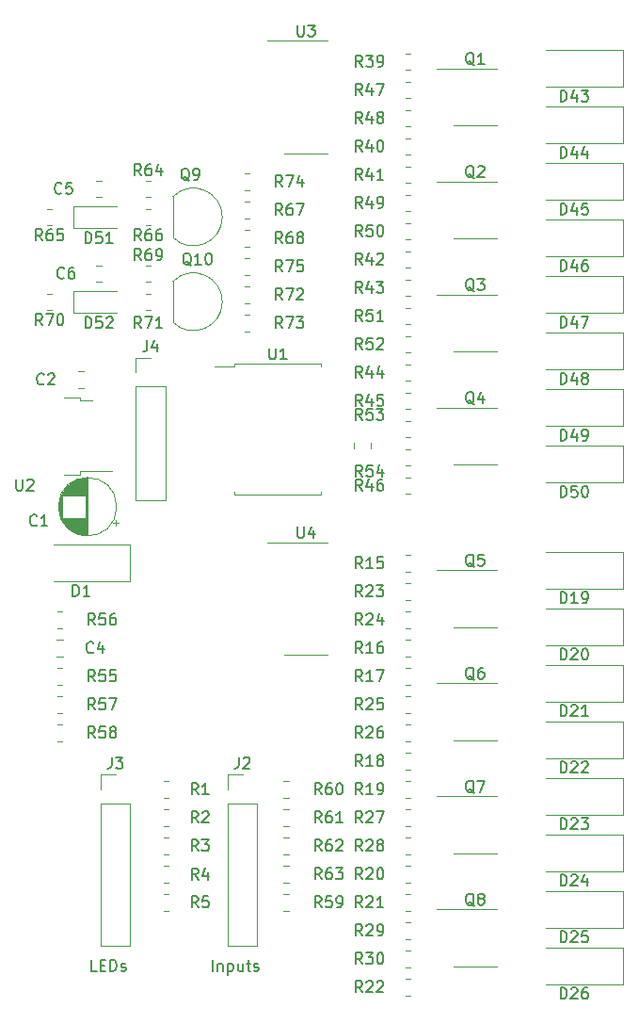
<source format=gbr>
%TF.GenerationSoftware,KiCad,Pcbnew,(5.99.0-9393-ga28cb98626)*%
%TF.CreationDate,2021-05-07T15:11:42-07:00*%
%TF.ProjectId,R_Switch,525f5377-6974-4636-982e-6b696361645f,B*%
%TF.SameCoordinates,Original*%
%TF.FileFunction,Legend,Top*%
%TF.FilePolarity,Positive*%
%FSLAX46Y46*%
G04 Gerber Fmt 4.6, Leading zero omitted, Abs format (unit mm)*
G04 Created by KiCad (PCBNEW (5.99.0-9393-ga28cb98626)) date 2021-05-07 15:11:42*
%MOMM*%
%LPD*%
G01*
G04 APERTURE LIST*
%ADD10C,0.150000*%
%ADD11C,0.120000*%
G04 APERTURE END LIST*
D10*
X146542380Y-131262380D02*
X146542380Y-130262380D01*
X147018571Y-130595714D02*
X147018571Y-131262380D01*
X147018571Y-130690952D02*
X147066190Y-130643333D01*
X147161428Y-130595714D01*
X147304285Y-130595714D01*
X147399523Y-130643333D01*
X147447142Y-130738571D01*
X147447142Y-131262380D01*
X147923333Y-130595714D02*
X147923333Y-131595714D01*
X147923333Y-130643333D02*
X148018571Y-130595714D01*
X148209047Y-130595714D01*
X148304285Y-130643333D01*
X148351904Y-130690952D01*
X148399523Y-130786190D01*
X148399523Y-131071904D01*
X148351904Y-131167142D01*
X148304285Y-131214761D01*
X148209047Y-131262380D01*
X148018571Y-131262380D01*
X147923333Y-131214761D01*
X149256666Y-130595714D02*
X149256666Y-131262380D01*
X148828095Y-130595714D02*
X148828095Y-131119523D01*
X148875714Y-131214761D01*
X148970952Y-131262380D01*
X149113809Y-131262380D01*
X149209047Y-131214761D01*
X149256666Y-131167142D01*
X149590000Y-130595714D02*
X149970952Y-130595714D01*
X149732857Y-130262380D02*
X149732857Y-131119523D01*
X149780476Y-131214761D01*
X149875714Y-131262380D01*
X149970952Y-131262380D01*
X150256666Y-131214761D02*
X150351904Y-131262380D01*
X150542380Y-131262380D01*
X150637619Y-131214761D01*
X150685238Y-131119523D01*
X150685238Y-131071904D01*
X150637619Y-130976666D01*
X150542380Y-130929047D01*
X150399523Y-130929047D01*
X150304285Y-130881428D01*
X150256666Y-130786190D01*
X150256666Y-130738571D01*
X150304285Y-130643333D01*
X150399523Y-130595714D01*
X150542380Y-130595714D01*
X150637619Y-130643333D01*
X136112380Y-131262380D02*
X135636190Y-131262380D01*
X135636190Y-130262380D01*
X136445714Y-130738571D02*
X136779047Y-130738571D01*
X136921904Y-131262380D02*
X136445714Y-131262380D01*
X136445714Y-130262380D01*
X136921904Y-130262380D01*
X137350476Y-131262380D02*
X137350476Y-130262380D01*
X137588571Y-130262380D01*
X137731428Y-130310000D01*
X137826666Y-130405238D01*
X137874285Y-130500476D01*
X137921904Y-130690952D01*
X137921904Y-130833809D01*
X137874285Y-131024285D01*
X137826666Y-131119523D01*
X137731428Y-131214761D01*
X137588571Y-131262380D01*
X137350476Y-131262380D01*
X138302857Y-131214761D02*
X138398095Y-131262380D01*
X138588571Y-131262380D01*
X138683809Y-131214761D01*
X138731428Y-131119523D01*
X138731428Y-131071904D01*
X138683809Y-130976666D01*
X138588571Y-130929047D01*
X138445714Y-130929047D01*
X138350476Y-130881428D01*
X138302857Y-130786190D01*
X138302857Y-130738571D01*
X138350476Y-130643333D01*
X138445714Y-130595714D01*
X138588571Y-130595714D01*
X138683809Y-130643333D01*
%TO.C,Q7*%
X170084761Y-115257619D02*
X169989523Y-115210000D01*
X169894285Y-115114761D01*
X169751428Y-114971904D01*
X169656190Y-114924285D01*
X169560952Y-114924285D01*
X169608571Y-115162380D02*
X169513333Y-115114761D01*
X169418095Y-115019523D01*
X169370476Y-114829047D01*
X169370476Y-114495714D01*
X169418095Y-114305238D01*
X169513333Y-114210000D01*
X169608571Y-114162380D01*
X169799047Y-114162380D01*
X169894285Y-114210000D01*
X169989523Y-114305238D01*
X170037142Y-114495714D01*
X170037142Y-114829047D01*
X169989523Y-115019523D01*
X169894285Y-115114761D01*
X169799047Y-115162380D01*
X169608571Y-115162380D01*
X170370476Y-114162380D02*
X171037142Y-114162380D01*
X170608571Y-115162380D01*
%TO.C,D20*%
X177855714Y-103282380D02*
X177855714Y-102282380D01*
X178093809Y-102282380D01*
X178236666Y-102330000D01*
X178331904Y-102425238D01*
X178379523Y-102520476D01*
X178427142Y-102710952D01*
X178427142Y-102853809D01*
X178379523Y-103044285D01*
X178331904Y-103139523D01*
X178236666Y-103234761D01*
X178093809Y-103282380D01*
X177855714Y-103282380D01*
X178808095Y-102377619D02*
X178855714Y-102330000D01*
X178950952Y-102282380D01*
X179189047Y-102282380D01*
X179284285Y-102330000D01*
X179331904Y-102377619D01*
X179379523Y-102472857D01*
X179379523Y-102568095D01*
X179331904Y-102710952D01*
X178760476Y-103282380D01*
X179379523Y-103282380D01*
X179998571Y-102282380D02*
X180093809Y-102282380D01*
X180189047Y-102330000D01*
X180236666Y-102377619D01*
X180284285Y-102472857D01*
X180331904Y-102663333D01*
X180331904Y-102901428D01*
X180284285Y-103091904D01*
X180236666Y-103187142D01*
X180189047Y-103234761D01*
X180093809Y-103282380D01*
X179998571Y-103282380D01*
X179903333Y-103234761D01*
X179855714Y-103187142D01*
X179808095Y-103091904D01*
X179760476Y-102901428D01*
X179760476Y-102663333D01*
X179808095Y-102472857D01*
X179855714Y-102377619D01*
X179903333Y-102330000D01*
X179998571Y-102282380D01*
%TO.C,R69*%
X140107142Y-67382380D02*
X139773809Y-66906190D01*
X139535714Y-67382380D02*
X139535714Y-66382380D01*
X139916666Y-66382380D01*
X140011904Y-66430000D01*
X140059523Y-66477619D01*
X140107142Y-66572857D01*
X140107142Y-66715714D01*
X140059523Y-66810952D01*
X140011904Y-66858571D01*
X139916666Y-66906190D01*
X139535714Y-66906190D01*
X140964285Y-66382380D02*
X140773809Y-66382380D01*
X140678571Y-66430000D01*
X140630952Y-66477619D01*
X140535714Y-66620476D01*
X140488095Y-66810952D01*
X140488095Y-67191904D01*
X140535714Y-67287142D01*
X140583333Y-67334761D01*
X140678571Y-67382380D01*
X140869047Y-67382380D01*
X140964285Y-67334761D01*
X141011904Y-67287142D01*
X141059523Y-67191904D01*
X141059523Y-66953809D01*
X141011904Y-66858571D01*
X140964285Y-66810952D01*
X140869047Y-66763333D01*
X140678571Y-66763333D01*
X140583333Y-66810952D01*
X140535714Y-66858571D01*
X140488095Y-66953809D01*
X141535714Y-67382380D02*
X141726190Y-67382380D01*
X141821428Y-67334761D01*
X141869047Y-67287142D01*
X141964285Y-67144285D01*
X142011904Y-66953809D01*
X142011904Y-66572857D01*
X141964285Y-66477619D01*
X141916666Y-66430000D01*
X141821428Y-66382380D01*
X141630952Y-66382380D01*
X141535714Y-66430000D01*
X141488095Y-66477619D01*
X141440476Y-66572857D01*
X141440476Y-66810952D01*
X141488095Y-66906190D01*
X141535714Y-66953809D01*
X141630952Y-67001428D01*
X141821428Y-67001428D01*
X141916666Y-66953809D01*
X141964285Y-66906190D01*
X142011904Y-66810952D01*
%TO.C,R28*%
X160012142Y-120467380D02*
X159678809Y-119991190D01*
X159440714Y-120467380D02*
X159440714Y-119467380D01*
X159821666Y-119467380D01*
X159916904Y-119515000D01*
X159964523Y-119562619D01*
X160012142Y-119657857D01*
X160012142Y-119800714D01*
X159964523Y-119895952D01*
X159916904Y-119943571D01*
X159821666Y-119991190D01*
X159440714Y-119991190D01*
X160393095Y-119562619D02*
X160440714Y-119515000D01*
X160535952Y-119467380D01*
X160774047Y-119467380D01*
X160869285Y-119515000D01*
X160916904Y-119562619D01*
X160964523Y-119657857D01*
X160964523Y-119753095D01*
X160916904Y-119895952D01*
X160345476Y-120467380D01*
X160964523Y-120467380D01*
X161535952Y-119895952D02*
X161440714Y-119848333D01*
X161393095Y-119800714D01*
X161345476Y-119705476D01*
X161345476Y-119657857D01*
X161393095Y-119562619D01*
X161440714Y-119515000D01*
X161535952Y-119467380D01*
X161726428Y-119467380D01*
X161821666Y-119515000D01*
X161869285Y-119562619D01*
X161916904Y-119657857D01*
X161916904Y-119705476D01*
X161869285Y-119800714D01*
X161821666Y-119848333D01*
X161726428Y-119895952D01*
X161535952Y-119895952D01*
X161440714Y-119943571D01*
X161393095Y-119991190D01*
X161345476Y-120086428D01*
X161345476Y-120276904D01*
X161393095Y-120372142D01*
X161440714Y-120419761D01*
X161535952Y-120467380D01*
X161726428Y-120467380D01*
X161821666Y-120419761D01*
X161869285Y-120372142D01*
X161916904Y-120276904D01*
X161916904Y-120086428D01*
X161869285Y-119991190D01*
X161821666Y-119943571D01*
X161726428Y-119895952D01*
%TO.C,R63*%
X156340917Y-123007380D02*
X156007584Y-122531190D01*
X155769489Y-123007380D02*
X155769489Y-122007380D01*
X156150441Y-122007380D01*
X156245679Y-122055000D01*
X156293298Y-122102619D01*
X156340917Y-122197857D01*
X156340917Y-122340714D01*
X156293298Y-122435952D01*
X156245679Y-122483571D01*
X156150441Y-122531190D01*
X155769489Y-122531190D01*
X157198060Y-122007380D02*
X157007584Y-122007380D01*
X156912346Y-122055000D01*
X156864727Y-122102619D01*
X156769489Y-122245476D01*
X156721870Y-122435952D01*
X156721870Y-122816904D01*
X156769489Y-122912142D01*
X156817108Y-122959761D01*
X156912346Y-123007380D01*
X157102822Y-123007380D01*
X157198060Y-122959761D01*
X157245679Y-122912142D01*
X157293298Y-122816904D01*
X157293298Y-122578809D01*
X157245679Y-122483571D01*
X157198060Y-122435952D01*
X157102822Y-122388333D01*
X156912346Y-122388333D01*
X156817108Y-122435952D01*
X156769489Y-122483571D01*
X156721870Y-122578809D01*
X157626632Y-122007380D02*
X158245679Y-122007380D01*
X157912346Y-122388333D01*
X158055203Y-122388333D01*
X158150441Y-122435952D01*
X158198060Y-122483571D01*
X158245679Y-122578809D01*
X158245679Y-122816904D01*
X158198060Y-122912142D01*
X158150441Y-122959761D01*
X158055203Y-123007380D01*
X157769489Y-123007380D01*
X157674251Y-122959761D01*
X157626632Y-122912142D01*
%TO.C,U1*%
X151638095Y-75282380D02*
X151638095Y-76091904D01*
X151685714Y-76187142D01*
X151733333Y-76234761D01*
X151828571Y-76282380D01*
X152019047Y-76282380D01*
X152114285Y-76234761D01*
X152161904Y-76187142D01*
X152209523Y-76091904D01*
X152209523Y-75282380D01*
X153209523Y-76282380D02*
X152638095Y-76282380D01*
X152923809Y-76282380D02*
X152923809Y-75282380D01*
X152828571Y-75425238D01*
X152733333Y-75520476D01*
X152638095Y-75568095D01*
%TO.C,R64*%
X140107142Y-59762380D02*
X139773809Y-59286190D01*
X139535714Y-59762380D02*
X139535714Y-58762380D01*
X139916666Y-58762380D01*
X140011904Y-58810000D01*
X140059523Y-58857619D01*
X140107142Y-58952857D01*
X140107142Y-59095714D01*
X140059523Y-59190952D01*
X140011904Y-59238571D01*
X139916666Y-59286190D01*
X139535714Y-59286190D01*
X140964285Y-58762380D02*
X140773809Y-58762380D01*
X140678571Y-58810000D01*
X140630952Y-58857619D01*
X140535714Y-59000476D01*
X140488095Y-59190952D01*
X140488095Y-59571904D01*
X140535714Y-59667142D01*
X140583333Y-59714761D01*
X140678571Y-59762380D01*
X140869047Y-59762380D01*
X140964285Y-59714761D01*
X141011904Y-59667142D01*
X141059523Y-59571904D01*
X141059523Y-59333809D01*
X141011904Y-59238571D01*
X140964285Y-59190952D01*
X140869047Y-59143333D01*
X140678571Y-59143333D01*
X140583333Y-59190952D01*
X140535714Y-59238571D01*
X140488095Y-59333809D01*
X141916666Y-59095714D02*
X141916666Y-59762380D01*
X141678571Y-58714761D02*
X141440476Y-59429047D01*
X142059523Y-59429047D01*
%TO.C,R17*%
X160012142Y-105227380D02*
X159678809Y-104751190D01*
X159440714Y-105227380D02*
X159440714Y-104227380D01*
X159821666Y-104227380D01*
X159916904Y-104275000D01*
X159964523Y-104322619D01*
X160012142Y-104417857D01*
X160012142Y-104560714D01*
X159964523Y-104655952D01*
X159916904Y-104703571D01*
X159821666Y-104751190D01*
X159440714Y-104751190D01*
X160964523Y-105227380D02*
X160393095Y-105227380D01*
X160678809Y-105227380D02*
X160678809Y-104227380D01*
X160583571Y-104370238D01*
X160488333Y-104465476D01*
X160393095Y-104513095D01*
X161297857Y-104227380D02*
X161964523Y-104227380D01*
X161535952Y-105227380D01*
%TO.C,R39*%
X160012142Y-49982380D02*
X159678809Y-49506190D01*
X159440714Y-49982380D02*
X159440714Y-48982380D01*
X159821666Y-48982380D01*
X159916904Y-49030000D01*
X159964523Y-49077619D01*
X160012142Y-49172857D01*
X160012142Y-49315714D01*
X159964523Y-49410952D01*
X159916904Y-49458571D01*
X159821666Y-49506190D01*
X159440714Y-49506190D01*
X160345476Y-48982380D02*
X160964523Y-48982380D01*
X160631190Y-49363333D01*
X160774047Y-49363333D01*
X160869285Y-49410952D01*
X160916904Y-49458571D01*
X160964523Y-49553809D01*
X160964523Y-49791904D01*
X160916904Y-49887142D01*
X160869285Y-49934761D01*
X160774047Y-49982380D01*
X160488333Y-49982380D01*
X160393095Y-49934761D01*
X160345476Y-49887142D01*
X161440714Y-49982380D02*
X161631190Y-49982380D01*
X161726428Y-49934761D01*
X161774047Y-49887142D01*
X161869285Y-49744285D01*
X161916904Y-49553809D01*
X161916904Y-49172857D01*
X161869285Y-49077619D01*
X161821666Y-49030000D01*
X161726428Y-48982380D01*
X161535952Y-48982380D01*
X161440714Y-49030000D01*
X161393095Y-49077619D01*
X161345476Y-49172857D01*
X161345476Y-49410952D01*
X161393095Y-49506190D01*
X161440714Y-49553809D01*
X161535952Y-49601428D01*
X161726428Y-49601428D01*
X161821666Y-49553809D01*
X161869285Y-49506190D01*
X161916904Y-49410952D01*
%TO.C,D43*%
X177855714Y-53117380D02*
X177855714Y-52117380D01*
X178093809Y-52117380D01*
X178236666Y-52165000D01*
X178331904Y-52260238D01*
X178379523Y-52355476D01*
X178427142Y-52545952D01*
X178427142Y-52688809D01*
X178379523Y-52879285D01*
X178331904Y-52974523D01*
X178236666Y-53069761D01*
X178093809Y-53117380D01*
X177855714Y-53117380D01*
X179284285Y-52450714D02*
X179284285Y-53117380D01*
X179046190Y-52069761D02*
X178808095Y-52784047D01*
X179427142Y-52784047D01*
X179712857Y-52117380D02*
X180331904Y-52117380D01*
X179998571Y-52498333D01*
X180141428Y-52498333D01*
X180236666Y-52545952D01*
X180284285Y-52593571D01*
X180331904Y-52688809D01*
X180331904Y-52926904D01*
X180284285Y-53022142D01*
X180236666Y-53069761D01*
X180141428Y-53117380D01*
X179855714Y-53117380D01*
X179760476Y-53069761D01*
X179712857Y-53022142D01*
%TO.C,D48*%
X177855714Y-78517380D02*
X177855714Y-77517380D01*
X178093809Y-77517380D01*
X178236666Y-77565000D01*
X178331904Y-77660238D01*
X178379523Y-77755476D01*
X178427142Y-77945952D01*
X178427142Y-78088809D01*
X178379523Y-78279285D01*
X178331904Y-78374523D01*
X178236666Y-78469761D01*
X178093809Y-78517380D01*
X177855714Y-78517380D01*
X179284285Y-77850714D02*
X179284285Y-78517380D01*
X179046190Y-77469761D02*
X178808095Y-78184047D01*
X179427142Y-78184047D01*
X179950952Y-77945952D02*
X179855714Y-77898333D01*
X179808095Y-77850714D01*
X179760476Y-77755476D01*
X179760476Y-77707857D01*
X179808095Y-77612619D01*
X179855714Y-77565000D01*
X179950952Y-77517380D01*
X180141428Y-77517380D01*
X180236666Y-77565000D01*
X180284285Y-77612619D01*
X180331904Y-77707857D01*
X180331904Y-77755476D01*
X180284285Y-77850714D01*
X180236666Y-77898333D01*
X180141428Y-77945952D01*
X179950952Y-77945952D01*
X179855714Y-77993571D01*
X179808095Y-78041190D01*
X179760476Y-78136428D01*
X179760476Y-78326904D01*
X179808095Y-78422142D01*
X179855714Y-78469761D01*
X179950952Y-78517380D01*
X180141428Y-78517380D01*
X180236666Y-78469761D01*
X180284285Y-78422142D01*
X180331904Y-78326904D01*
X180331904Y-78136428D01*
X180284285Y-78041190D01*
X180236666Y-77993571D01*
X180141428Y-77945952D01*
%TO.C,R46*%
X160012142Y-88082380D02*
X159678809Y-87606190D01*
X159440714Y-88082380D02*
X159440714Y-87082380D01*
X159821666Y-87082380D01*
X159916904Y-87130000D01*
X159964523Y-87177619D01*
X160012142Y-87272857D01*
X160012142Y-87415714D01*
X159964523Y-87510952D01*
X159916904Y-87558571D01*
X159821666Y-87606190D01*
X159440714Y-87606190D01*
X160869285Y-87415714D02*
X160869285Y-88082380D01*
X160631190Y-87034761D02*
X160393095Y-87749047D01*
X161012142Y-87749047D01*
X161821666Y-87082380D02*
X161631190Y-87082380D01*
X161535952Y-87130000D01*
X161488333Y-87177619D01*
X161393095Y-87320476D01*
X161345476Y-87510952D01*
X161345476Y-87891904D01*
X161393095Y-87987142D01*
X161440714Y-88034761D01*
X161535952Y-88082380D01*
X161726428Y-88082380D01*
X161821666Y-88034761D01*
X161869285Y-87987142D01*
X161916904Y-87891904D01*
X161916904Y-87653809D01*
X161869285Y-87558571D01*
X161821666Y-87510952D01*
X161726428Y-87463333D01*
X161535952Y-87463333D01*
X161440714Y-87510952D01*
X161393095Y-87558571D01*
X161345476Y-87653809D01*
%TO.C,R23*%
X160012142Y-97607380D02*
X159678809Y-97131190D01*
X159440714Y-97607380D02*
X159440714Y-96607380D01*
X159821666Y-96607380D01*
X159916904Y-96655000D01*
X159964523Y-96702619D01*
X160012142Y-96797857D01*
X160012142Y-96940714D01*
X159964523Y-97035952D01*
X159916904Y-97083571D01*
X159821666Y-97131190D01*
X159440714Y-97131190D01*
X160393095Y-96702619D02*
X160440714Y-96655000D01*
X160535952Y-96607380D01*
X160774047Y-96607380D01*
X160869285Y-96655000D01*
X160916904Y-96702619D01*
X160964523Y-96797857D01*
X160964523Y-96893095D01*
X160916904Y-97035952D01*
X160345476Y-97607380D01*
X160964523Y-97607380D01*
X161297857Y-96607380D02*
X161916904Y-96607380D01*
X161583571Y-96988333D01*
X161726428Y-96988333D01*
X161821666Y-97035952D01*
X161869285Y-97083571D01*
X161916904Y-97178809D01*
X161916904Y-97416904D01*
X161869285Y-97512142D01*
X161821666Y-97559761D01*
X161726428Y-97607380D01*
X161440714Y-97607380D01*
X161345476Y-97559761D01*
X161297857Y-97512142D01*
%TO.C,R65*%
X131217142Y-65602380D02*
X130883809Y-65126190D01*
X130645714Y-65602380D02*
X130645714Y-64602380D01*
X131026666Y-64602380D01*
X131121904Y-64650000D01*
X131169523Y-64697619D01*
X131217142Y-64792857D01*
X131217142Y-64935714D01*
X131169523Y-65030952D01*
X131121904Y-65078571D01*
X131026666Y-65126190D01*
X130645714Y-65126190D01*
X132074285Y-64602380D02*
X131883809Y-64602380D01*
X131788571Y-64650000D01*
X131740952Y-64697619D01*
X131645714Y-64840476D01*
X131598095Y-65030952D01*
X131598095Y-65411904D01*
X131645714Y-65507142D01*
X131693333Y-65554761D01*
X131788571Y-65602380D01*
X131979047Y-65602380D01*
X132074285Y-65554761D01*
X132121904Y-65507142D01*
X132169523Y-65411904D01*
X132169523Y-65173809D01*
X132121904Y-65078571D01*
X132074285Y-65030952D01*
X131979047Y-64983333D01*
X131788571Y-64983333D01*
X131693333Y-65030952D01*
X131645714Y-65078571D01*
X131598095Y-65173809D01*
X133074285Y-64602380D02*
X132598095Y-64602380D01*
X132550476Y-65078571D01*
X132598095Y-65030952D01*
X132693333Y-64983333D01*
X132931428Y-64983333D01*
X133026666Y-65030952D01*
X133074285Y-65078571D01*
X133121904Y-65173809D01*
X133121904Y-65411904D01*
X133074285Y-65507142D01*
X133026666Y-65554761D01*
X132931428Y-65602380D01*
X132693333Y-65602380D01*
X132598095Y-65554761D01*
X132550476Y-65507142D01*
%TO.C,D49*%
X177855714Y-83597380D02*
X177855714Y-82597380D01*
X178093809Y-82597380D01*
X178236666Y-82645000D01*
X178331904Y-82740238D01*
X178379523Y-82835476D01*
X178427142Y-83025952D01*
X178427142Y-83168809D01*
X178379523Y-83359285D01*
X178331904Y-83454523D01*
X178236666Y-83549761D01*
X178093809Y-83597380D01*
X177855714Y-83597380D01*
X179284285Y-82930714D02*
X179284285Y-83597380D01*
X179046190Y-82549761D02*
X178808095Y-83264047D01*
X179427142Y-83264047D01*
X179855714Y-83597380D02*
X180046190Y-83597380D01*
X180141428Y-83549761D01*
X180189047Y-83502142D01*
X180284285Y-83359285D01*
X180331904Y-83168809D01*
X180331904Y-82787857D01*
X180284285Y-82692619D01*
X180236666Y-82645000D01*
X180141428Y-82597380D01*
X179950952Y-82597380D01*
X179855714Y-82645000D01*
X179808095Y-82692619D01*
X179760476Y-82787857D01*
X179760476Y-83025952D01*
X179808095Y-83121190D01*
X179855714Y-83168809D01*
X179950952Y-83216428D01*
X180141428Y-83216428D01*
X180236666Y-83168809D01*
X180284285Y-83121190D01*
X180331904Y-83025952D01*
%TO.C,R5*%
X145248333Y-125547380D02*
X144915000Y-125071190D01*
X144676904Y-125547380D02*
X144676904Y-124547380D01*
X145057857Y-124547380D01*
X145153095Y-124595000D01*
X145200714Y-124642619D01*
X145248333Y-124737857D01*
X145248333Y-124880714D01*
X145200714Y-124975952D01*
X145153095Y-125023571D01*
X145057857Y-125071190D01*
X144676904Y-125071190D01*
X146153095Y-124547380D02*
X145676904Y-124547380D01*
X145629285Y-125023571D01*
X145676904Y-124975952D01*
X145772142Y-124928333D01*
X146010238Y-124928333D01*
X146105476Y-124975952D01*
X146153095Y-125023571D01*
X146200714Y-125118809D01*
X146200714Y-125356904D01*
X146153095Y-125452142D01*
X146105476Y-125499761D01*
X146010238Y-125547380D01*
X145772142Y-125547380D01*
X145676904Y-125499761D01*
X145629285Y-125452142D01*
%TO.C,R60*%
X156340917Y-115387380D02*
X156007584Y-114911190D01*
X155769489Y-115387380D02*
X155769489Y-114387380D01*
X156150441Y-114387380D01*
X156245679Y-114435000D01*
X156293298Y-114482619D01*
X156340917Y-114577857D01*
X156340917Y-114720714D01*
X156293298Y-114815952D01*
X156245679Y-114863571D01*
X156150441Y-114911190D01*
X155769489Y-114911190D01*
X157198060Y-114387380D02*
X157007584Y-114387380D01*
X156912346Y-114435000D01*
X156864727Y-114482619D01*
X156769489Y-114625476D01*
X156721870Y-114815952D01*
X156721870Y-115196904D01*
X156769489Y-115292142D01*
X156817108Y-115339761D01*
X156912346Y-115387380D01*
X157102822Y-115387380D01*
X157198060Y-115339761D01*
X157245679Y-115292142D01*
X157293298Y-115196904D01*
X157293298Y-114958809D01*
X157245679Y-114863571D01*
X157198060Y-114815952D01*
X157102822Y-114768333D01*
X156912346Y-114768333D01*
X156817108Y-114815952D01*
X156769489Y-114863571D01*
X156721870Y-114958809D01*
X157912346Y-114387380D02*
X158007584Y-114387380D01*
X158102822Y-114435000D01*
X158150441Y-114482619D01*
X158198060Y-114577857D01*
X158245679Y-114768333D01*
X158245679Y-115006428D01*
X158198060Y-115196904D01*
X158150441Y-115292142D01*
X158102822Y-115339761D01*
X158007584Y-115387380D01*
X157912346Y-115387380D01*
X157817108Y-115339761D01*
X157769489Y-115292142D01*
X157721870Y-115196904D01*
X157674251Y-115006428D01*
X157674251Y-114768333D01*
X157721870Y-114577857D01*
X157769489Y-114482619D01*
X157817108Y-114435000D01*
X157912346Y-114387380D01*
%TO.C,R74*%
X152807142Y-60777380D02*
X152473809Y-60301190D01*
X152235714Y-60777380D02*
X152235714Y-59777380D01*
X152616666Y-59777380D01*
X152711904Y-59825000D01*
X152759523Y-59872619D01*
X152807142Y-59967857D01*
X152807142Y-60110714D01*
X152759523Y-60205952D01*
X152711904Y-60253571D01*
X152616666Y-60301190D01*
X152235714Y-60301190D01*
X153140476Y-59777380D02*
X153807142Y-59777380D01*
X153378571Y-60777380D01*
X154616666Y-60110714D02*
X154616666Y-60777380D01*
X154378571Y-59729761D02*
X154140476Y-60444047D01*
X154759523Y-60444047D01*
%TO.C,D21*%
X177855714Y-108362380D02*
X177855714Y-107362380D01*
X178093809Y-107362380D01*
X178236666Y-107410000D01*
X178331904Y-107505238D01*
X178379523Y-107600476D01*
X178427142Y-107790952D01*
X178427142Y-107933809D01*
X178379523Y-108124285D01*
X178331904Y-108219523D01*
X178236666Y-108314761D01*
X178093809Y-108362380D01*
X177855714Y-108362380D01*
X178808095Y-107457619D02*
X178855714Y-107410000D01*
X178950952Y-107362380D01*
X179189047Y-107362380D01*
X179284285Y-107410000D01*
X179331904Y-107457619D01*
X179379523Y-107552857D01*
X179379523Y-107648095D01*
X179331904Y-107790952D01*
X178760476Y-108362380D01*
X179379523Y-108362380D01*
X180331904Y-108362380D02*
X179760476Y-108362380D01*
X180046190Y-108362380D02*
X180046190Y-107362380D01*
X179950952Y-107505238D01*
X179855714Y-107600476D01*
X179760476Y-107648095D01*
%TO.C,R72*%
X152807142Y-70937380D02*
X152473809Y-70461190D01*
X152235714Y-70937380D02*
X152235714Y-69937380D01*
X152616666Y-69937380D01*
X152711904Y-69985000D01*
X152759523Y-70032619D01*
X152807142Y-70127857D01*
X152807142Y-70270714D01*
X152759523Y-70365952D01*
X152711904Y-70413571D01*
X152616666Y-70461190D01*
X152235714Y-70461190D01*
X153140476Y-69937380D02*
X153807142Y-69937380D01*
X153378571Y-70937380D01*
X154140476Y-70032619D02*
X154188095Y-69985000D01*
X154283333Y-69937380D01*
X154521428Y-69937380D01*
X154616666Y-69985000D01*
X154664285Y-70032619D01*
X154711904Y-70127857D01*
X154711904Y-70223095D01*
X154664285Y-70365952D01*
X154092857Y-70937380D01*
X154711904Y-70937380D01*
%TO.C,R53*%
X160012142Y-81732380D02*
X159678809Y-81256190D01*
X159440714Y-81732380D02*
X159440714Y-80732380D01*
X159821666Y-80732380D01*
X159916904Y-80780000D01*
X159964523Y-80827619D01*
X160012142Y-80922857D01*
X160012142Y-81065714D01*
X159964523Y-81160952D01*
X159916904Y-81208571D01*
X159821666Y-81256190D01*
X159440714Y-81256190D01*
X160916904Y-80732380D02*
X160440714Y-80732380D01*
X160393095Y-81208571D01*
X160440714Y-81160952D01*
X160535952Y-81113333D01*
X160774047Y-81113333D01*
X160869285Y-81160952D01*
X160916904Y-81208571D01*
X160964523Y-81303809D01*
X160964523Y-81541904D01*
X160916904Y-81637142D01*
X160869285Y-81684761D01*
X160774047Y-81732380D01*
X160535952Y-81732380D01*
X160440714Y-81684761D01*
X160393095Y-81637142D01*
X161297857Y-80732380D02*
X161916904Y-80732380D01*
X161583571Y-81113333D01*
X161726428Y-81113333D01*
X161821666Y-81160952D01*
X161869285Y-81208571D01*
X161916904Y-81303809D01*
X161916904Y-81541904D01*
X161869285Y-81637142D01*
X161821666Y-81684761D01*
X161726428Y-81732380D01*
X161440714Y-81732380D01*
X161345476Y-81684761D01*
X161297857Y-81637142D01*
%TO.C,Q2*%
X170084761Y-60012619D02*
X169989523Y-59965000D01*
X169894285Y-59869761D01*
X169751428Y-59726904D01*
X169656190Y-59679285D01*
X169560952Y-59679285D01*
X169608571Y-59917380D02*
X169513333Y-59869761D01*
X169418095Y-59774523D01*
X169370476Y-59584047D01*
X169370476Y-59250714D01*
X169418095Y-59060238D01*
X169513333Y-58965000D01*
X169608571Y-58917380D01*
X169799047Y-58917380D01*
X169894285Y-58965000D01*
X169989523Y-59060238D01*
X170037142Y-59250714D01*
X170037142Y-59584047D01*
X169989523Y-59774523D01*
X169894285Y-59869761D01*
X169799047Y-59917380D01*
X169608571Y-59917380D01*
X170418095Y-59012619D02*
X170465714Y-58965000D01*
X170560952Y-58917380D01*
X170799047Y-58917380D01*
X170894285Y-58965000D01*
X170941904Y-59012619D01*
X170989523Y-59107857D01*
X170989523Y-59203095D01*
X170941904Y-59345952D01*
X170370476Y-59917380D01*
X170989523Y-59917380D01*
%TO.C,R48*%
X160012142Y-55062380D02*
X159678809Y-54586190D01*
X159440714Y-55062380D02*
X159440714Y-54062380D01*
X159821666Y-54062380D01*
X159916904Y-54110000D01*
X159964523Y-54157619D01*
X160012142Y-54252857D01*
X160012142Y-54395714D01*
X159964523Y-54490952D01*
X159916904Y-54538571D01*
X159821666Y-54586190D01*
X159440714Y-54586190D01*
X160869285Y-54395714D02*
X160869285Y-55062380D01*
X160631190Y-54014761D02*
X160393095Y-54729047D01*
X161012142Y-54729047D01*
X161535952Y-54490952D02*
X161440714Y-54443333D01*
X161393095Y-54395714D01*
X161345476Y-54300476D01*
X161345476Y-54252857D01*
X161393095Y-54157619D01*
X161440714Y-54110000D01*
X161535952Y-54062380D01*
X161726428Y-54062380D01*
X161821666Y-54110000D01*
X161869285Y-54157619D01*
X161916904Y-54252857D01*
X161916904Y-54300476D01*
X161869285Y-54395714D01*
X161821666Y-54443333D01*
X161726428Y-54490952D01*
X161535952Y-54490952D01*
X161440714Y-54538571D01*
X161393095Y-54586190D01*
X161345476Y-54681428D01*
X161345476Y-54871904D01*
X161393095Y-54967142D01*
X161440714Y-55014761D01*
X161535952Y-55062380D01*
X161726428Y-55062380D01*
X161821666Y-55014761D01*
X161869285Y-54967142D01*
X161916904Y-54871904D01*
X161916904Y-54681428D01*
X161869285Y-54586190D01*
X161821666Y-54538571D01*
X161726428Y-54490952D01*
%TO.C,D26*%
X177855714Y-133762380D02*
X177855714Y-132762380D01*
X178093809Y-132762380D01*
X178236666Y-132810000D01*
X178331904Y-132905238D01*
X178379523Y-133000476D01*
X178427142Y-133190952D01*
X178427142Y-133333809D01*
X178379523Y-133524285D01*
X178331904Y-133619523D01*
X178236666Y-133714761D01*
X178093809Y-133762380D01*
X177855714Y-133762380D01*
X178808095Y-132857619D02*
X178855714Y-132810000D01*
X178950952Y-132762380D01*
X179189047Y-132762380D01*
X179284285Y-132810000D01*
X179331904Y-132857619D01*
X179379523Y-132952857D01*
X179379523Y-133048095D01*
X179331904Y-133190952D01*
X178760476Y-133762380D01*
X179379523Y-133762380D01*
X180236666Y-132762380D02*
X180046190Y-132762380D01*
X179950952Y-132810000D01*
X179903333Y-132857619D01*
X179808095Y-133000476D01*
X179760476Y-133190952D01*
X179760476Y-133571904D01*
X179808095Y-133667142D01*
X179855714Y-133714761D01*
X179950952Y-133762380D01*
X180141428Y-133762380D01*
X180236666Y-133714761D01*
X180284285Y-133667142D01*
X180331904Y-133571904D01*
X180331904Y-133333809D01*
X180284285Y-133238571D01*
X180236666Y-133190952D01*
X180141428Y-133143333D01*
X179950952Y-133143333D01*
X179855714Y-133190952D01*
X179808095Y-133238571D01*
X179760476Y-133333809D01*
%TO.C,R47*%
X160012142Y-52522380D02*
X159678809Y-52046190D01*
X159440714Y-52522380D02*
X159440714Y-51522380D01*
X159821666Y-51522380D01*
X159916904Y-51570000D01*
X159964523Y-51617619D01*
X160012142Y-51712857D01*
X160012142Y-51855714D01*
X159964523Y-51950952D01*
X159916904Y-51998571D01*
X159821666Y-52046190D01*
X159440714Y-52046190D01*
X160869285Y-51855714D02*
X160869285Y-52522380D01*
X160631190Y-51474761D02*
X160393095Y-52189047D01*
X161012142Y-52189047D01*
X161297857Y-51522380D02*
X161964523Y-51522380D01*
X161535952Y-52522380D01*
%TO.C,Q4*%
X170084761Y-80332619D02*
X169989523Y-80285000D01*
X169894285Y-80189761D01*
X169751428Y-80046904D01*
X169656190Y-79999285D01*
X169560952Y-79999285D01*
X169608571Y-80237380D02*
X169513333Y-80189761D01*
X169418095Y-80094523D01*
X169370476Y-79904047D01*
X169370476Y-79570714D01*
X169418095Y-79380238D01*
X169513333Y-79285000D01*
X169608571Y-79237380D01*
X169799047Y-79237380D01*
X169894285Y-79285000D01*
X169989523Y-79380238D01*
X170037142Y-79570714D01*
X170037142Y-79904047D01*
X169989523Y-80094523D01*
X169894285Y-80189761D01*
X169799047Y-80237380D01*
X169608571Y-80237380D01*
X170894285Y-79570714D02*
X170894285Y-80237380D01*
X170656190Y-79189761D02*
X170418095Y-79904047D01*
X171037142Y-79904047D01*
%TO.C,D24*%
X177855714Y-123602380D02*
X177855714Y-122602380D01*
X178093809Y-122602380D01*
X178236666Y-122650000D01*
X178331904Y-122745238D01*
X178379523Y-122840476D01*
X178427142Y-123030952D01*
X178427142Y-123173809D01*
X178379523Y-123364285D01*
X178331904Y-123459523D01*
X178236666Y-123554761D01*
X178093809Y-123602380D01*
X177855714Y-123602380D01*
X178808095Y-122697619D02*
X178855714Y-122650000D01*
X178950952Y-122602380D01*
X179189047Y-122602380D01*
X179284285Y-122650000D01*
X179331904Y-122697619D01*
X179379523Y-122792857D01*
X179379523Y-122888095D01*
X179331904Y-123030952D01*
X178760476Y-123602380D01*
X179379523Y-123602380D01*
X180236666Y-122935714D02*
X180236666Y-123602380D01*
X179998571Y-122554761D02*
X179760476Y-123269047D01*
X180379523Y-123269047D01*
%TO.C,D25*%
X177855714Y-128682380D02*
X177855714Y-127682380D01*
X178093809Y-127682380D01*
X178236666Y-127730000D01*
X178331904Y-127825238D01*
X178379523Y-127920476D01*
X178427142Y-128110952D01*
X178427142Y-128253809D01*
X178379523Y-128444285D01*
X178331904Y-128539523D01*
X178236666Y-128634761D01*
X178093809Y-128682380D01*
X177855714Y-128682380D01*
X178808095Y-127777619D02*
X178855714Y-127730000D01*
X178950952Y-127682380D01*
X179189047Y-127682380D01*
X179284285Y-127730000D01*
X179331904Y-127777619D01*
X179379523Y-127872857D01*
X179379523Y-127968095D01*
X179331904Y-128110952D01*
X178760476Y-128682380D01*
X179379523Y-128682380D01*
X180284285Y-127682380D02*
X179808095Y-127682380D01*
X179760476Y-128158571D01*
X179808095Y-128110952D01*
X179903333Y-128063333D01*
X180141428Y-128063333D01*
X180236666Y-128110952D01*
X180284285Y-128158571D01*
X180331904Y-128253809D01*
X180331904Y-128491904D01*
X180284285Y-128587142D01*
X180236666Y-128634761D01*
X180141428Y-128682380D01*
X179903333Y-128682380D01*
X179808095Y-128634761D01*
X179760476Y-128587142D01*
%TO.C,R16*%
X160012142Y-102687380D02*
X159678809Y-102211190D01*
X159440714Y-102687380D02*
X159440714Y-101687380D01*
X159821666Y-101687380D01*
X159916904Y-101735000D01*
X159964523Y-101782619D01*
X160012142Y-101877857D01*
X160012142Y-102020714D01*
X159964523Y-102115952D01*
X159916904Y-102163571D01*
X159821666Y-102211190D01*
X159440714Y-102211190D01*
X160964523Y-102687380D02*
X160393095Y-102687380D01*
X160678809Y-102687380D02*
X160678809Y-101687380D01*
X160583571Y-101830238D01*
X160488333Y-101925476D01*
X160393095Y-101973095D01*
X161821666Y-101687380D02*
X161631190Y-101687380D01*
X161535952Y-101735000D01*
X161488333Y-101782619D01*
X161393095Y-101925476D01*
X161345476Y-102115952D01*
X161345476Y-102496904D01*
X161393095Y-102592142D01*
X161440714Y-102639761D01*
X161535952Y-102687380D01*
X161726428Y-102687380D01*
X161821666Y-102639761D01*
X161869285Y-102592142D01*
X161916904Y-102496904D01*
X161916904Y-102258809D01*
X161869285Y-102163571D01*
X161821666Y-102115952D01*
X161726428Y-102068333D01*
X161535952Y-102068333D01*
X161440714Y-102115952D01*
X161393095Y-102163571D01*
X161345476Y-102258809D01*
%TO.C,R57*%
X135969642Y-107767380D02*
X135636309Y-107291190D01*
X135398214Y-107767380D02*
X135398214Y-106767380D01*
X135779166Y-106767380D01*
X135874404Y-106815000D01*
X135922023Y-106862619D01*
X135969642Y-106957857D01*
X135969642Y-107100714D01*
X135922023Y-107195952D01*
X135874404Y-107243571D01*
X135779166Y-107291190D01*
X135398214Y-107291190D01*
X136874404Y-106767380D02*
X136398214Y-106767380D01*
X136350595Y-107243571D01*
X136398214Y-107195952D01*
X136493452Y-107148333D01*
X136731547Y-107148333D01*
X136826785Y-107195952D01*
X136874404Y-107243571D01*
X136922023Y-107338809D01*
X136922023Y-107576904D01*
X136874404Y-107672142D01*
X136826785Y-107719761D01*
X136731547Y-107767380D01*
X136493452Y-107767380D01*
X136398214Y-107719761D01*
X136350595Y-107672142D01*
X137255357Y-106767380D02*
X137922023Y-106767380D01*
X137493452Y-107767380D01*
%TO.C,R45*%
X160012142Y-80462380D02*
X159678809Y-79986190D01*
X159440714Y-80462380D02*
X159440714Y-79462380D01*
X159821666Y-79462380D01*
X159916904Y-79510000D01*
X159964523Y-79557619D01*
X160012142Y-79652857D01*
X160012142Y-79795714D01*
X159964523Y-79890952D01*
X159916904Y-79938571D01*
X159821666Y-79986190D01*
X159440714Y-79986190D01*
X160869285Y-79795714D02*
X160869285Y-80462380D01*
X160631190Y-79414761D02*
X160393095Y-80129047D01*
X161012142Y-80129047D01*
X161869285Y-79462380D02*
X161393095Y-79462380D01*
X161345476Y-79938571D01*
X161393095Y-79890952D01*
X161488333Y-79843333D01*
X161726428Y-79843333D01*
X161821666Y-79890952D01*
X161869285Y-79938571D01*
X161916904Y-80033809D01*
X161916904Y-80271904D01*
X161869285Y-80367142D01*
X161821666Y-80414761D01*
X161726428Y-80462380D01*
X161488333Y-80462380D01*
X161393095Y-80414761D01*
X161345476Y-80367142D01*
%TO.C,J3*%
X137461666Y-112057380D02*
X137461666Y-112771666D01*
X137414047Y-112914523D01*
X137318809Y-113009761D01*
X137175952Y-113057380D01*
X137080714Y-113057380D01*
X137842619Y-112057380D02*
X138461666Y-112057380D01*
X138128333Y-112438333D01*
X138271190Y-112438333D01*
X138366428Y-112485952D01*
X138414047Y-112533571D01*
X138461666Y-112628809D01*
X138461666Y-112866904D01*
X138414047Y-112962142D01*
X138366428Y-113009761D01*
X138271190Y-113057380D01*
X137985476Y-113057380D01*
X137890238Y-113009761D01*
X137842619Y-112962142D01*
%TO.C,R18*%
X160012142Y-112847380D02*
X159678809Y-112371190D01*
X159440714Y-112847380D02*
X159440714Y-111847380D01*
X159821666Y-111847380D01*
X159916904Y-111895000D01*
X159964523Y-111942619D01*
X160012142Y-112037857D01*
X160012142Y-112180714D01*
X159964523Y-112275952D01*
X159916904Y-112323571D01*
X159821666Y-112371190D01*
X159440714Y-112371190D01*
X160964523Y-112847380D02*
X160393095Y-112847380D01*
X160678809Y-112847380D02*
X160678809Y-111847380D01*
X160583571Y-111990238D01*
X160488333Y-112085476D01*
X160393095Y-112133095D01*
X161535952Y-112275952D02*
X161440714Y-112228333D01*
X161393095Y-112180714D01*
X161345476Y-112085476D01*
X161345476Y-112037857D01*
X161393095Y-111942619D01*
X161440714Y-111895000D01*
X161535952Y-111847380D01*
X161726428Y-111847380D01*
X161821666Y-111895000D01*
X161869285Y-111942619D01*
X161916904Y-112037857D01*
X161916904Y-112085476D01*
X161869285Y-112180714D01*
X161821666Y-112228333D01*
X161726428Y-112275952D01*
X161535952Y-112275952D01*
X161440714Y-112323571D01*
X161393095Y-112371190D01*
X161345476Y-112466428D01*
X161345476Y-112656904D01*
X161393095Y-112752142D01*
X161440714Y-112799761D01*
X161535952Y-112847380D01*
X161726428Y-112847380D01*
X161821666Y-112799761D01*
X161869285Y-112752142D01*
X161916904Y-112656904D01*
X161916904Y-112466428D01*
X161869285Y-112371190D01*
X161821666Y-112323571D01*
X161726428Y-112275952D01*
%TO.C,R19*%
X160012142Y-115387380D02*
X159678809Y-114911190D01*
X159440714Y-115387380D02*
X159440714Y-114387380D01*
X159821666Y-114387380D01*
X159916904Y-114435000D01*
X159964523Y-114482619D01*
X160012142Y-114577857D01*
X160012142Y-114720714D01*
X159964523Y-114815952D01*
X159916904Y-114863571D01*
X159821666Y-114911190D01*
X159440714Y-114911190D01*
X160964523Y-115387380D02*
X160393095Y-115387380D01*
X160678809Y-115387380D02*
X160678809Y-114387380D01*
X160583571Y-114530238D01*
X160488333Y-114625476D01*
X160393095Y-114673095D01*
X161440714Y-115387380D02*
X161631190Y-115387380D01*
X161726428Y-115339761D01*
X161774047Y-115292142D01*
X161869285Y-115149285D01*
X161916904Y-114958809D01*
X161916904Y-114577857D01*
X161869285Y-114482619D01*
X161821666Y-114435000D01*
X161726428Y-114387380D01*
X161535952Y-114387380D01*
X161440714Y-114435000D01*
X161393095Y-114482619D01*
X161345476Y-114577857D01*
X161345476Y-114815952D01*
X161393095Y-114911190D01*
X161440714Y-114958809D01*
X161535952Y-115006428D01*
X161726428Y-115006428D01*
X161821666Y-114958809D01*
X161869285Y-114911190D01*
X161916904Y-114815952D01*
%TO.C,D22*%
X177855714Y-113442380D02*
X177855714Y-112442380D01*
X178093809Y-112442380D01*
X178236666Y-112490000D01*
X178331904Y-112585238D01*
X178379523Y-112680476D01*
X178427142Y-112870952D01*
X178427142Y-113013809D01*
X178379523Y-113204285D01*
X178331904Y-113299523D01*
X178236666Y-113394761D01*
X178093809Y-113442380D01*
X177855714Y-113442380D01*
X178808095Y-112537619D02*
X178855714Y-112490000D01*
X178950952Y-112442380D01*
X179189047Y-112442380D01*
X179284285Y-112490000D01*
X179331904Y-112537619D01*
X179379523Y-112632857D01*
X179379523Y-112728095D01*
X179331904Y-112870952D01*
X178760476Y-113442380D01*
X179379523Y-113442380D01*
X179760476Y-112537619D02*
X179808095Y-112490000D01*
X179903333Y-112442380D01*
X180141428Y-112442380D01*
X180236666Y-112490000D01*
X180284285Y-112537619D01*
X180331904Y-112632857D01*
X180331904Y-112728095D01*
X180284285Y-112870952D01*
X179712857Y-113442380D01*
X180331904Y-113442380D01*
%TO.C,R68*%
X152807142Y-65857380D02*
X152473809Y-65381190D01*
X152235714Y-65857380D02*
X152235714Y-64857380D01*
X152616666Y-64857380D01*
X152711904Y-64905000D01*
X152759523Y-64952619D01*
X152807142Y-65047857D01*
X152807142Y-65190714D01*
X152759523Y-65285952D01*
X152711904Y-65333571D01*
X152616666Y-65381190D01*
X152235714Y-65381190D01*
X153664285Y-64857380D02*
X153473809Y-64857380D01*
X153378571Y-64905000D01*
X153330952Y-64952619D01*
X153235714Y-65095476D01*
X153188095Y-65285952D01*
X153188095Y-65666904D01*
X153235714Y-65762142D01*
X153283333Y-65809761D01*
X153378571Y-65857380D01*
X153569047Y-65857380D01*
X153664285Y-65809761D01*
X153711904Y-65762142D01*
X153759523Y-65666904D01*
X153759523Y-65428809D01*
X153711904Y-65333571D01*
X153664285Y-65285952D01*
X153569047Y-65238333D01*
X153378571Y-65238333D01*
X153283333Y-65285952D01*
X153235714Y-65333571D01*
X153188095Y-65428809D01*
X154330952Y-65285952D02*
X154235714Y-65238333D01*
X154188095Y-65190714D01*
X154140476Y-65095476D01*
X154140476Y-65047857D01*
X154188095Y-64952619D01*
X154235714Y-64905000D01*
X154330952Y-64857380D01*
X154521428Y-64857380D01*
X154616666Y-64905000D01*
X154664285Y-64952619D01*
X154711904Y-65047857D01*
X154711904Y-65095476D01*
X154664285Y-65190714D01*
X154616666Y-65238333D01*
X154521428Y-65285952D01*
X154330952Y-65285952D01*
X154235714Y-65333571D01*
X154188095Y-65381190D01*
X154140476Y-65476428D01*
X154140476Y-65666904D01*
X154188095Y-65762142D01*
X154235714Y-65809761D01*
X154330952Y-65857380D01*
X154521428Y-65857380D01*
X154616666Y-65809761D01*
X154664285Y-65762142D01*
X154711904Y-65666904D01*
X154711904Y-65476428D01*
X154664285Y-65381190D01*
X154616666Y-65333571D01*
X154521428Y-65285952D01*
%TO.C,R62*%
X156340917Y-120467380D02*
X156007584Y-119991190D01*
X155769489Y-120467380D02*
X155769489Y-119467380D01*
X156150441Y-119467380D01*
X156245679Y-119515000D01*
X156293298Y-119562619D01*
X156340917Y-119657857D01*
X156340917Y-119800714D01*
X156293298Y-119895952D01*
X156245679Y-119943571D01*
X156150441Y-119991190D01*
X155769489Y-119991190D01*
X157198060Y-119467380D02*
X157007584Y-119467380D01*
X156912346Y-119515000D01*
X156864727Y-119562619D01*
X156769489Y-119705476D01*
X156721870Y-119895952D01*
X156721870Y-120276904D01*
X156769489Y-120372142D01*
X156817108Y-120419761D01*
X156912346Y-120467380D01*
X157102822Y-120467380D01*
X157198060Y-120419761D01*
X157245679Y-120372142D01*
X157293298Y-120276904D01*
X157293298Y-120038809D01*
X157245679Y-119943571D01*
X157198060Y-119895952D01*
X157102822Y-119848333D01*
X156912346Y-119848333D01*
X156817108Y-119895952D01*
X156769489Y-119943571D01*
X156721870Y-120038809D01*
X157674251Y-119562619D02*
X157721870Y-119515000D01*
X157817108Y-119467380D01*
X158055203Y-119467380D01*
X158150441Y-119515000D01*
X158198060Y-119562619D01*
X158245679Y-119657857D01*
X158245679Y-119753095D01*
X158198060Y-119895952D01*
X157626632Y-120467380D01*
X158245679Y-120467380D01*
%TO.C,R52*%
X160012142Y-75382380D02*
X159678809Y-74906190D01*
X159440714Y-75382380D02*
X159440714Y-74382380D01*
X159821666Y-74382380D01*
X159916904Y-74430000D01*
X159964523Y-74477619D01*
X160012142Y-74572857D01*
X160012142Y-74715714D01*
X159964523Y-74810952D01*
X159916904Y-74858571D01*
X159821666Y-74906190D01*
X159440714Y-74906190D01*
X160916904Y-74382380D02*
X160440714Y-74382380D01*
X160393095Y-74858571D01*
X160440714Y-74810952D01*
X160535952Y-74763333D01*
X160774047Y-74763333D01*
X160869285Y-74810952D01*
X160916904Y-74858571D01*
X160964523Y-74953809D01*
X160964523Y-75191904D01*
X160916904Y-75287142D01*
X160869285Y-75334761D01*
X160774047Y-75382380D01*
X160535952Y-75382380D01*
X160440714Y-75334761D01*
X160393095Y-75287142D01*
X161345476Y-74477619D02*
X161393095Y-74430000D01*
X161488333Y-74382380D01*
X161726428Y-74382380D01*
X161821666Y-74430000D01*
X161869285Y-74477619D01*
X161916904Y-74572857D01*
X161916904Y-74668095D01*
X161869285Y-74810952D01*
X161297857Y-75382380D01*
X161916904Y-75382380D01*
%TO.C,J2*%
X148891666Y-112057380D02*
X148891666Y-112771666D01*
X148844047Y-112914523D01*
X148748809Y-113009761D01*
X148605952Y-113057380D01*
X148510714Y-113057380D01*
X149320238Y-112152619D02*
X149367857Y-112105000D01*
X149463095Y-112057380D01*
X149701190Y-112057380D01*
X149796428Y-112105000D01*
X149844047Y-112152619D01*
X149891666Y-112247857D01*
X149891666Y-112343095D01*
X149844047Y-112485952D01*
X149272619Y-113057380D01*
X149891666Y-113057380D01*
%TO.C,Q10*%
X144623571Y-67857619D02*
X144528333Y-67810000D01*
X144433095Y-67714761D01*
X144290238Y-67571904D01*
X144195000Y-67524285D01*
X144099761Y-67524285D01*
X144147380Y-67762380D02*
X144052142Y-67714761D01*
X143956904Y-67619523D01*
X143909285Y-67429047D01*
X143909285Y-67095714D01*
X143956904Y-66905238D01*
X144052142Y-66810000D01*
X144147380Y-66762380D01*
X144337857Y-66762380D01*
X144433095Y-66810000D01*
X144528333Y-66905238D01*
X144575952Y-67095714D01*
X144575952Y-67429047D01*
X144528333Y-67619523D01*
X144433095Y-67714761D01*
X144337857Y-67762380D01*
X144147380Y-67762380D01*
X145528333Y-67762380D02*
X144956904Y-67762380D01*
X145242619Y-67762380D02*
X145242619Y-66762380D01*
X145147380Y-66905238D01*
X145052142Y-67000476D01*
X144956904Y-67048095D01*
X146147380Y-66762380D02*
X146242619Y-66762380D01*
X146337857Y-66810000D01*
X146385476Y-66857619D01*
X146433095Y-66952857D01*
X146480714Y-67143333D01*
X146480714Y-67381428D01*
X146433095Y-67571904D01*
X146385476Y-67667142D01*
X146337857Y-67714761D01*
X146242619Y-67762380D01*
X146147380Y-67762380D01*
X146052142Y-67714761D01*
X146004523Y-67667142D01*
X145956904Y-67571904D01*
X145909285Y-67381428D01*
X145909285Y-67143333D01*
X145956904Y-66952857D01*
X146004523Y-66857619D01*
X146052142Y-66810000D01*
X146147380Y-66762380D01*
%TO.C,R50*%
X160012142Y-65222380D02*
X159678809Y-64746190D01*
X159440714Y-65222380D02*
X159440714Y-64222380D01*
X159821666Y-64222380D01*
X159916904Y-64270000D01*
X159964523Y-64317619D01*
X160012142Y-64412857D01*
X160012142Y-64555714D01*
X159964523Y-64650952D01*
X159916904Y-64698571D01*
X159821666Y-64746190D01*
X159440714Y-64746190D01*
X160916904Y-64222380D02*
X160440714Y-64222380D01*
X160393095Y-64698571D01*
X160440714Y-64650952D01*
X160535952Y-64603333D01*
X160774047Y-64603333D01*
X160869285Y-64650952D01*
X160916904Y-64698571D01*
X160964523Y-64793809D01*
X160964523Y-65031904D01*
X160916904Y-65127142D01*
X160869285Y-65174761D01*
X160774047Y-65222380D01*
X160535952Y-65222380D01*
X160440714Y-65174761D01*
X160393095Y-65127142D01*
X161583571Y-64222380D02*
X161678809Y-64222380D01*
X161774047Y-64270000D01*
X161821666Y-64317619D01*
X161869285Y-64412857D01*
X161916904Y-64603333D01*
X161916904Y-64841428D01*
X161869285Y-65031904D01*
X161821666Y-65127142D01*
X161774047Y-65174761D01*
X161678809Y-65222380D01*
X161583571Y-65222380D01*
X161488333Y-65174761D01*
X161440714Y-65127142D01*
X161393095Y-65031904D01*
X161345476Y-64841428D01*
X161345476Y-64603333D01*
X161393095Y-64412857D01*
X161440714Y-64317619D01*
X161488333Y-64270000D01*
X161583571Y-64222380D01*
%TO.C,R56*%
X135969642Y-100147380D02*
X135636309Y-99671190D01*
X135398214Y-100147380D02*
X135398214Y-99147380D01*
X135779166Y-99147380D01*
X135874404Y-99195000D01*
X135922023Y-99242619D01*
X135969642Y-99337857D01*
X135969642Y-99480714D01*
X135922023Y-99575952D01*
X135874404Y-99623571D01*
X135779166Y-99671190D01*
X135398214Y-99671190D01*
X136874404Y-99147380D02*
X136398214Y-99147380D01*
X136350595Y-99623571D01*
X136398214Y-99575952D01*
X136493452Y-99528333D01*
X136731547Y-99528333D01*
X136826785Y-99575952D01*
X136874404Y-99623571D01*
X136922023Y-99718809D01*
X136922023Y-99956904D01*
X136874404Y-100052142D01*
X136826785Y-100099761D01*
X136731547Y-100147380D01*
X136493452Y-100147380D01*
X136398214Y-100099761D01*
X136350595Y-100052142D01*
X137779166Y-99147380D02*
X137588690Y-99147380D01*
X137493452Y-99195000D01*
X137445833Y-99242619D01*
X137350595Y-99385476D01*
X137302976Y-99575952D01*
X137302976Y-99956904D01*
X137350595Y-100052142D01*
X137398214Y-100099761D01*
X137493452Y-100147380D01*
X137683928Y-100147380D01*
X137779166Y-100099761D01*
X137826785Y-100052142D01*
X137874404Y-99956904D01*
X137874404Y-99718809D01*
X137826785Y-99623571D01*
X137779166Y-99575952D01*
X137683928Y-99528333D01*
X137493452Y-99528333D01*
X137398214Y-99575952D01*
X137350595Y-99623571D01*
X137302976Y-99718809D01*
%TO.C,D23*%
X177855714Y-118522380D02*
X177855714Y-117522380D01*
X178093809Y-117522380D01*
X178236666Y-117570000D01*
X178331904Y-117665238D01*
X178379523Y-117760476D01*
X178427142Y-117950952D01*
X178427142Y-118093809D01*
X178379523Y-118284285D01*
X178331904Y-118379523D01*
X178236666Y-118474761D01*
X178093809Y-118522380D01*
X177855714Y-118522380D01*
X178808095Y-117617619D02*
X178855714Y-117570000D01*
X178950952Y-117522380D01*
X179189047Y-117522380D01*
X179284285Y-117570000D01*
X179331904Y-117617619D01*
X179379523Y-117712857D01*
X179379523Y-117808095D01*
X179331904Y-117950952D01*
X178760476Y-118522380D01*
X179379523Y-118522380D01*
X179712857Y-117522380D02*
X180331904Y-117522380D01*
X179998571Y-117903333D01*
X180141428Y-117903333D01*
X180236666Y-117950952D01*
X180284285Y-117998571D01*
X180331904Y-118093809D01*
X180331904Y-118331904D01*
X180284285Y-118427142D01*
X180236666Y-118474761D01*
X180141428Y-118522380D01*
X179855714Y-118522380D01*
X179760476Y-118474761D01*
X179712857Y-118427142D01*
%TO.C,R75*%
X152807142Y-68397380D02*
X152473809Y-67921190D01*
X152235714Y-68397380D02*
X152235714Y-67397380D01*
X152616666Y-67397380D01*
X152711904Y-67445000D01*
X152759523Y-67492619D01*
X152807142Y-67587857D01*
X152807142Y-67730714D01*
X152759523Y-67825952D01*
X152711904Y-67873571D01*
X152616666Y-67921190D01*
X152235714Y-67921190D01*
X153140476Y-67397380D02*
X153807142Y-67397380D01*
X153378571Y-68397380D01*
X154664285Y-67397380D02*
X154188095Y-67397380D01*
X154140476Y-67873571D01*
X154188095Y-67825952D01*
X154283333Y-67778333D01*
X154521428Y-67778333D01*
X154616666Y-67825952D01*
X154664285Y-67873571D01*
X154711904Y-67968809D01*
X154711904Y-68206904D01*
X154664285Y-68302142D01*
X154616666Y-68349761D01*
X154521428Y-68397380D01*
X154283333Y-68397380D01*
X154188095Y-68349761D01*
X154140476Y-68302142D01*
%TO.C,R58*%
X135969642Y-110307380D02*
X135636309Y-109831190D01*
X135398214Y-110307380D02*
X135398214Y-109307380D01*
X135779166Y-109307380D01*
X135874404Y-109355000D01*
X135922023Y-109402619D01*
X135969642Y-109497857D01*
X135969642Y-109640714D01*
X135922023Y-109735952D01*
X135874404Y-109783571D01*
X135779166Y-109831190D01*
X135398214Y-109831190D01*
X136874404Y-109307380D02*
X136398214Y-109307380D01*
X136350595Y-109783571D01*
X136398214Y-109735952D01*
X136493452Y-109688333D01*
X136731547Y-109688333D01*
X136826785Y-109735952D01*
X136874404Y-109783571D01*
X136922023Y-109878809D01*
X136922023Y-110116904D01*
X136874404Y-110212142D01*
X136826785Y-110259761D01*
X136731547Y-110307380D01*
X136493452Y-110307380D01*
X136398214Y-110259761D01*
X136350595Y-110212142D01*
X137493452Y-109735952D02*
X137398214Y-109688333D01*
X137350595Y-109640714D01*
X137302976Y-109545476D01*
X137302976Y-109497857D01*
X137350595Y-109402619D01*
X137398214Y-109355000D01*
X137493452Y-109307380D01*
X137683928Y-109307380D01*
X137779166Y-109355000D01*
X137826785Y-109402619D01*
X137874404Y-109497857D01*
X137874404Y-109545476D01*
X137826785Y-109640714D01*
X137779166Y-109688333D01*
X137683928Y-109735952D01*
X137493452Y-109735952D01*
X137398214Y-109783571D01*
X137350595Y-109831190D01*
X137302976Y-109926428D01*
X137302976Y-110116904D01*
X137350595Y-110212142D01*
X137398214Y-110259761D01*
X137493452Y-110307380D01*
X137683928Y-110307380D01*
X137779166Y-110259761D01*
X137826785Y-110212142D01*
X137874404Y-110116904D01*
X137874404Y-109926428D01*
X137826785Y-109831190D01*
X137779166Y-109783571D01*
X137683928Y-109735952D01*
%TO.C,D51*%
X135090714Y-65857380D02*
X135090714Y-64857380D01*
X135328809Y-64857380D01*
X135471666Y-64905000D01*
X135566904Y-65000238D01*
X135614523Y-65095476D01*
X135662142Y-65285952D01*
X135662142Y-65428809D01*
X135614523Y-65619285D01*
X135566904Y-65714523D01*
X135471666Y-65809761D01*
X135328809Y-65857380D01*
X135090714Y-65857380D01*
X136566904Y-64857380D02*
X136090714Y-64857380D01*
X136043095Y-65333571D01*
X136090714Y-65285952D01*
X136185952Y-65238333D01*
X136424047Y-65238333D01*
X136519285Y-65285952D01*
X136566904Y-65333571D01*
X136614523Y-65428809D01*
X136614523Y-65666904D01*
X136566904Y-65762142D01*
X136519285Y-65809761D01*
X136424047Y-65857380D01*
X136185952Y-65857380D01*
X136090714Y-65809761D01*
X136043095Y-65762142D01*
X137566904Y-65857380D02*
X136995476Y-65857380D01*
X137281190Y-65857380D02*
X137281190Y-64857380D01*
X137185952Y-65000238D01*
X137090714Y-65095476D01*
X136995476Y-65143095D01*
%TO.C,Q8*%
X170084761Y-125417619D02*
X169989523Y-125370000D01*
X169894285Y-125274761D01*
X169751428Y-125131904D01*
X169656190Y-125084285D01*
X169560952Y-125084285D01*
X169608571Y-125322380D02*
X169513333Y-125274761D01*
X169418095Y-125179523D01*
X169370476Y-124989047D01*
X169370476Y-124655714D01*
X169418095Y-124465238D01*
X169513333Y-124370000D01*
X169608571Y-124322380D01*
X169799047Y-124322380D01*
X169894285Y-124370000D01*
X169989523Y-124465238D01*
X170037142Y-124655714D01*
X170037142Y-124989047D01*
X169989523Y-125179523D01*
X169894285Y-125274761D01*
X169799047Y-125322380D01*
X169608571Y-125322380D01*
X170608571Y-124750952D02*
X170513333Y-124703333D01*
X170465714Y-124655714D01*
X170418095Y-124560476D01*
X170418095Y-124512857D01*
X170465714Y-124417619D01*
X170513333Y-124370000D01*
X170608571Y-124322380D01*
X170799047Y-124322380D01*
X170894285Y-124370000D01*
X170941904Y-124417619D01*
X170989523Y-124512857D01*
X170989523Y-124560476D01*
X170941904Y-124655714D01*
X170894285Y-124703333D01*
X170799047Y-124750952D01*
X170608571Y-124750952D01*
X170513333Y-124798571D01*
X170465714Y-124846190D01*
X170418095Y-124941428D01*
X170418095Y-125131904D01*
X170465714Y-125227142D01*
X170513333Y-125274761D01*
X170608571Y-125322380D01*
X170799047Y-125322380D01*
X170894285Y-125274761D01*
X170941904Y-125227142D01*
X170989523Y-125131904D01*
X170989523Y-124941428D01*
X170941904Y-124846190D01*
X170894285Y-124798571D01*
X170799047Y-124750952D01*
%TO.C,D19*%
X177855714Y-98202380D02*
X177855714Y-97202380D01*
X178093809Y-97202380D01*
X178236666Y-97250000D01*
X178331904Y-97345238D01*
X178379523Y-97440476D01*
X178427142Y-97630952D01*
X178427142Y-97773809D01*
X178379523Y-97964285D01*
X178331904Y-98059523D01*
X178236666Y-98154761D01*
X178093809Y-98202380D01*
X177855714Y-98202380D01*
X179379523Y-98202380D02*
X178808095Y-98202380D01*
X179093809Y-98202380D02*
X179093809Y-97202380D01*
X178998571Y-97345238D01*
X178903333Y-97440476D01*
X178808095Y-97488095D01*
X179855714Y-98202380D02*
X180046190Y-98202380D01*
X180141428Y-98154761D01*
X180189047Y-98107142D01*
X180284285Y-97964285D01*
X180331904Y-97773809D01*
X180331904Y-97392857D01*
X180284285Y-97297619D01*
X180236666Y-97250000D01*
X180141428Y-97202380D01*
X179950952Y-97202380D01*
X179855714Y-97250000D01*
X179808095Y-97297619D01*
X179760476Y-97392857D01*
X179760476Y-97630952D01*
X179808095Y-97726190D01*
X179855714Y-97773809D01*
X179950952Y-97821428D01*
X180141428Y-97821428D01*
X180236666Y-97773809D01*
X180284285Y-97726190D01*
X180331904Y-97630952D01*
%TO.C,U2*%
X128865596Y-87082380D02*
X128865596Y-87891904D01*
X128913215Y-87987142D01*
X128960834Y-88034761D01*
X129056072Y-88082380D01*
X129246548Y-88082380D01*
X129341786Y-88034761D01*
X129389405Y-87987142D01*
X129437024Y-87891904D01*
X129437024Y-87082380D01*
X129865596Y-87177619D02*
X129913215Y-87130000D01*
X130008453Y-87082380D01*
X130246548Y-87082380D01*
X130341786Y-87130000D01*
X130389405Y-87177619D01*
X130437024Y-87272857D01*
X130437024Y-87368095D01*
X130389405Y-87510952D01*
X129817977Y-88082380D01*
X130437024Y-88082380D01*
%TO.C,R27*%
X160012142Y-117927380D02*
X159678809Y-117451190D01*
X159440714Y-117927380D02*
X159440714Y-116927380D01*
X159821666Y-116927380D01*
X159916904Y-116975000D01*
X159964523Y-117022619D01*
X160012142Y-117117857D01*
X160012142Y-117260714D01*
X159964523Y-117355952D01*
X159916904Y-117403571D01*
X159821666Y-117451190D01*
X159440714Y-117451190D01*
X160393095Y-117022619D02*
X160440714Y-116975000D01*
X160535952Y-116927380D01*
X160774047Y-116927380D01*
X160869285Y-116975000D01*
X160916904Y-117022619D01*
X160964523Y-117117857D01*
X160964523Y-117213095D01*
X160916904Y-117355952D01*
X160345476Y-117927380D01*
X160964523Y-117927380D01*
X161297857Y-116927380D02*
X161964523Y-116927380D01*
X161535952Y-117927380D01*
%TO.C,R71*%
X140107142Y-73477380D02*
X139773809Y-73001190D01*
X139535714Y-73477380D02*
X139535714Y-72477380D01*
X139916666Y-72477380D01*
X140011904Y-72525000D01*
X140059523Y-72572619D01*
X140107142Y-72667857D01*
X140107142Y-72810714D01*
X140059523Y-72905952D01*
X140011904Y-72953571D01*
X139916666Y-73001190D01*
X139535714Y-73001190D01*
X140440476Y-72477380D02*
X141107142Y-72477380D01*
X140678571Y-73477380D01*
X142011904Y-73477380D02*
X141440476Y-73477380D01*
X141726190Y-73477380D02*
X141726190Y-72477380D01*
X141630952Y-72620238D01*
X141535714Y-72715476D01*
X141440476Y-72763095D01*
%TO.C,D52*%
X135090714Y-73477380D02*
X135090714Y-72477380D01*
X135328809Y-72477380D01*
X135471666Y-72525000D01*
X135566904Y-72620238D01*
X135614523Y-72715476D01*
X135662142Y-72905952D01*
X135662142Y-73048809D01*
X135614523Y-73239285D01*
X135566904Y-73334523D01*
X135471666Y-73429761D01*
X135328809Y-73477380D01*
X135090714Y-73477380D01*
X136566904Y-72477380D02*
X136090714Y-72477380D01*
X136043095Y-72953571D01*
X136090714Y-72905952D01*
X136185952Y-72858333D01*
X136424047Y-72858333D01*
X136519285Y-72905952D01*
X136566904Y-72953571D01*
X136614523Y-73048809D01*
X136614523Y-73286904D01*
X136566904Y-73382142D01*
X136519285Y-73429761D01*
X136424047Y-73477380D01*
X136185952Y-73477380D01*
X136090714Y-73429761D01*
X136043095Y-73382142D01*
X136995476Y-72572619D02*
X137043095Y-72525000D01*
X137138333Y-72477380D01*
X137376428Y-72477380D01*
X137471666Y-72525000D01*
X137519285Y-72572619D01*
X137566904Y-72667857D01*
X137566904Y-72763095D01*
X137519285Y-72905952D01*
X136947857Y-73477380D01*
X137566904Y-73477380D01*
%TO.C,C1*%
X130730834Y-91162142D02*
X130683215Y-91209761D01*
X130540358Y-91257380D01*
X130445120Y-91257380D01*
X130302262Y-91209761D01*
X130207024Y-91114523D01*
X130159405Y-91019285D01*
X130111786Y-90828809D01*
X130111786Y-90685952D01*
X130159405Y-90495476D01*
X130207024Y-90400238D01*
X130302262Y-90305000D01*
X130445120Y-90257380D01*
X130540358Y-90257380D01*
X130683215Y-90305000D01*
X130730834Y-90352619D01*
X131683215Y-91257380D02*
X131111786Y-91257380D01*
X131397501Y-91257380D02*
X131397501Y-90257380D01*
X131302262Y-90400238D01*
X131207024Y-90495476D01*
X131111786Y-90543095D01*
%TO.C,R70*%
X131217142Y-73222380D02*
X130883809Y-72746190D01*
X130645714Y-73222380D02*
X130645714Y-72222380D01*
X131026666Y-72222380D01*
X131121904Y-72270000D01*
X131169523Y-72317619D01*
X131217142Y-72412857D01*
X131217142Y-72555714D01*
X131169523Y-72650952D01*
X131121904Y-72698571D01*
X131026666Y-72746190D01*
X130645714Y-72746190D01*
X131550476Y-72222380D02*
X132217142Y-72222380D01*
X131788571Y-73222380D01*
X132788571Y-72222380D02*
X132883809Y-72222380D01*
X132979047Y-72270000D01*
X133026666Y-72317619D01*
X133074285Y-72412857D01*
X133121904Y-72603333D01*
X133121904Y-72841428D01*
X133074285Y-73031904D01*
X133026666Y-73127142D01*
X132979047Y-73174761D01*
X132883809Y-73222380D01*
X132788571Y-73222380D01*
X132693333Y-73174761D01*
X132645714Y-73127142D01*
X132598095Y-73031904D01*
X132550476Y-72841428D01*
X132550476Y-72603333D01*
X132598095Y-72412857D01*
X132645714Y-72317619D01*
X132693333Y-72270000D01*
X132788571Y-72222380D01*
%TO.C,D1*%
X133969404Y-97567380D02*
X133969404Y-96567380D01*
X134207500Y-96567380D01*
X134350357Y-96615000D01*
X134445595Y-96710238D01*
X134493214Y-96805476D01*
X134540833Y-96995952D01*
X134540833Y-97138809D01*
X134493214Y-97329285D01*
X134445595Y-97424523D01*
X134350357Y-97519761D01*
X134207500Y-97567380D01*
X133969404Y-97567380D01*
X135493214Y-97567380D02*
X134921785Y-97567380D01*
X135207500Y-97567380D02*
X135207500Y-96567380D01*
X135112261Y-96710238D01*
X135017023Y-96805476D01*
X134921785Y-96853095D01*
%TO.C,R22*%
X160012142Y-133167380D02*
X159678809Y-132691190D01*
X159440714Y-133167380D02*
X159440714Y-132167380D01*
X159821666Y-132167380D01*
X159916904Y-132215000D01*
X159964523Y-132262619D01*
X160012142Y-132357857D01*
X160012142Y-132500714D01*
X159964523Y-132595952D01*
X159916904Y-132643571D01*
X159821666Y-132691190D01*
X159440714Y-132691190D01*
X160393095Y-132262619D02*
X160440714Y-132215000D01*
X160535952Y-132167380D01*
X160774047Y-132167380D01*
X160869285Y-132215000D01*
X160916904Y-132262619D01*
X160964523Y-132357857D01*
X160964523Y-132453095D01*
X160916904Y-132595952D01*
X160345476Y-133167380D01*
X160964523Y-133167380D01*
X161345476Y-132262619D02*
X161393095Y-132215000D01*
X161488333Y-132167380D01*
X161726428Y-132167380D01*
X161821666Y-132215000D01*
X161869285Y-132262619D01*
X161916904Y-132357857D01*
X161916904Y-132453095D01*
X161869285Y-132595952D01*
X161297857Y-133167380D01*
X161916904Y-133167380D01*
%TO.C,D44*%
X177855714Y-58197380D02*
X177855714Y-57197380D01*
X178093809Y-57197380D01*
X178236666Y-57245000D01*
X178331904Y-57340238D01*
X178379523Y-57435476D01*
X178427142Y-57625952D01*
X178427142Y-57768809D01*
X178379523Y-57959285D01*
X178331904Y-58054523D01*
X178236666Y-58149761D01*
X178093809Y-58197380D01*
X177855714Y-58197380D01*
X179284285Y-57530714D02*
X179284285Y-58197380D01*
X179046190Y-57149761D02*
X178808095Y-57864047D01*
X179427142Y-57864047D01*
X180236666Y-57530714D02*
X180236666Y-58197380D01*
X179998571Y-57149761D02*
X179760476Y-57864047D01*
X180379523Y-57864047D01*
%TO.C,R55*%
X135969642Y-105227380D02*
X135636309Y-104751190D01*
X135398214Y-105227380D02*
X135398214Y-104227380D01*
X135779166Y-104227380D01*
X135874404Y-104275000D01*
X135922023Y-104322619D01*
X135969642Y-104417857D01*
X135969642Y-104560714D01*
X135922023Y-104655952D01*
X135874404Y-104703571D01*
X135779166Y-104751190D01*
X135398214Y-104751190D01*
X136874404Y-104227380D02*
X136398214Y-104227380D01*
X136350595Y-104703571D01*
X136398214Y-104655952D01*
X136493452Y-104608333D01*
X136731547Y-104608333D01*
X136826785Y-104655952D01*
X136874404Y-104703571D01*
X136922023Y-104798809D01*
X136922023Y-105036904D01*
X136874404Y-105132142D01*
X136826785Y-105179761D01*
X136731547Y-105227380D01*
X136493452Y-105227380D01*
X136398214Y-105179761D01*
X136350595Y-105132142D01*
X137826785Y-104227380D02*
X137350595Y-104227380D01*
X137302976Y-104703571D01*
X137350595Y-104655952D01*
X137445833Y-104608333D01*
X137683928Y-104608333D01*
X137779166Y-104655952D01*
X137826785Y-104703571D01*
X137874404Y-104798809D01*
X137874404Y-105036904D01*
X137826785Y-105132142D01*
X137779166Y-105179761D01*
X137683928Y-105227380D01*
X137445833Y-105227380D01*
X137350595Y-105179761D01*
X137302976Y-105132142D01*
%TO.C,R26*%
X160012142Y-110307380D02*
X159678809Y-109831190D01*
X159440714Y-110307380D02*
X159440714Y-109307380D01*
X159821666Y-109307380D01*
X159916904Y-109355000D01*
X159964523Y-109402619D01*
X160012142Y-109497857D01*
X160012142Y-109640714D01*
X159964523Y-109735952D01*
X159916904Y-109783571D01*
X159821666Y-109831190D01*
X159440714Y-109831190D01*
X160393095Y-109402619D02*
X160440714Y-109355000D01*
X160535952Y-109307380D01*
X160774047Y-109307380D01*
X160869285Y-109355000D01*
X160916904Y-109402619D01*
X160964523Y-109497857D01*
X160964523Y-109593095D01*
X160916904Y-109735952D01*
X160345476Y-110307380D01*
X160964523Y-110307380D01*
X161821666Y-109307380D02*
X161631190Y-109307380D01*
X161535952Y-109355000D01*
X161488333Y-109402619D01*
X161393095Y-109545476D01*
X161345476Y-109735952D01*
X161345476Y-110116904D01*
X161393095Y-110212142D01*
X161440714Y-110259761D01*
X161535952Y-110307380D01*
X161726428Y-110307380D01*
X161821666Y-110259761D01*
X161869285Y-110212142D01*
X161916904Y-110116904D01*
X161916904Y-109878809D01*
X161869285Y-109783571D01*
X161821666Y-109735952D01*
X161726428Y-109688333D01*
X161535952Y-109688333D01*
X161440714Y-109735952D01*
X161393095Y-109783571D01*
X161345476Y-109878809D01*
%TO.C,C2*%
X131365834Y-78462142D02*
X131318215Y-78509761D01*
X131175358Y-78557380D01*
X131080120Y-78557380D01*
X130937262Y-78509761D01*
X130842024Y-78414523D01*
X130794405Y-78319285D01*
X130746786Y-78128809D01*
X130746786Y-77985952D01*
X130794405Y-77795476D01*
X130842024Y-77700238D01*
X130937262Y-77605000D01*
X131080120Y-77557380D01*
X131175358Y-77557380D01*
X131318215Y-77605000D01*
X131365834Y-77652619D01*
X131746786Y-77652619D02*
X131794405Y-77605000D01*
X131889643Y-77557380D01*
X132127739Y-77557380D01*
X132222977Y-77605000D01*
X132270596Y-77652619D01*
X132318215Y-77747857D01*
X132318215Y-77843095D01*
X132270596Y-77985952D01*
X131699167Y-78557380D01*
X132318215Y-78557380D01*
%TO.C,Q6*%
X170084761Y-105097619D02*
X169989523Y-105050000D01*
X169894285Y-104954761D01*
X169751428Y-104811904D01*
X169656190Y-104764285D01*
X169560952Y-104764285D01*
X169608571Y-105002380D02*
X169513333Y-104954761D01*
X169418095Y-104859523D01*
X169370476Y-104669047D01*
X169370476Y-104335714D01*
X169418095Y-104145238D01*
X169513333Y-104050000D01*
X169608571Y-104002380D01*
X169799047Y-104002380D01*
X169894285Y-104050000D01*
X169989523Y-104145238D01*
X170037142Y-104335714D01*
X170037142Y-104669047D01*
X169989523Y-104859523D01*
X169894285Y-104954761D01*
X169799047Y-105002380D01*
X169608571Y-105002380D01*
X170894285Y-104002380D02*
X170703809Y-104002380D01*
X170608571Y-104050000D01*
X170560952Y-104097619D01*
X170465714Y-104240476D01*
X170418095Y-104430952D01*
X170418095Y-104811904D01*
X170465714Y-104907142D01*
X170513333Y-104954761D01*
X170608571Y-105002380D01*
X170799047Y-105002380D01*
X170894285Y-104954761D01*
X170941904Y-104907142D01*
X170989523Y-104811904D01*
X170989523Y-104573809D01*
X170941904Y-104478571D01*
X170894285Y-104430952D01*
X170799047Y-104383333D01*
X170608571Y-104383333D01*
X170513333Y-104430952D01*
X170465714Y-104478571D01*
X170418095Y-104573809D01*
%TO.C,R24*%
X160012142Y-100147380D02*
X159678809Y-99671190D01*
X159440714Y-100147380D02*
X159440714Y-99147380D01*
X159821666Y-99147380D01*
X159916904Y-99195000D01*
X159964523Y-99242619D01*
X160012142Y-99337857D01*
X160012142Y-99480714D01*
X159964523Y-99575952D01*
X159916904Y-99623571D01*
X159821666Y-99671190D01*
X159440714Y-99671190D01*
X160393095Y-99242619D02*
X160440714Y-99195000D01*
X160535952Y-99147380D01*
X160774047Y-99147380D01*
X160869285Y-99195000D01*
X160916904Y-99242619D01*
X160964523Y-99337857D01*
X160964523Y-99433095D01*
X160916904Y-99575952D01*
X160345476Y-100147380D01*
X160964523Y-100147380D01*
X161821666Y-99480714D02*
X161821666Y-100147380D01*
X161583571Y-99099761D02*
X161345476Y-99814047D01*
X161964523Y-99814047D01*
%TO.C,U4*%
X154178095Y-91342380D02*
X154178095Y-92151904D01*
X154225714Y-92247142D01*
X154273333Y-92294761D01*
X154368571Y-92342380D01*
X154559047Y-92342380D01*
X154654285Y-92294761D01*
X154701904Y-92247142D01*
X154749523Y-92151904D01*
X154749523Y-91342380D01*
X155654285Y-91675714D02*
X155654285Y-92342380D01*
X155416190Y-91294761D02*
X155178095Y-92009047D01*
X155797142Y-92009047D01*
%TO.C,D50*%
X177855714Y-88677380D02*
X177855714Y-87677380D01*
X178093809Y-87677380D01*
X178236666Y-87725000D01*
X178331904Y-87820238D01*
X178379523Y-87915476D01*
X178427142Y-88105952D01*
X178427142Y-88248809D01*
X178379523Y-88439285D01*
X178331904Y-88534523D01*
X178236666Y-88629761D01*
X178093809Y-88677380D01*
X177855714Y-88677380D01*
X179331904Y-87677380D02*
X178855714Y-87677380D01*
X178808095Y-88153571D01*
X178855714Y-88105952D01*
X178950952Y-88058333D01*
X179189047Y-88058333D01*
X179284285Y-88105952D01*
X179331904Y-88153571D01*
X179379523Y-88248809D01*
X179379523Y-88486904D01*
X179331904Y-88582142D01*
X179284285Y-88629761D01*
X179189047Y-88677380D01*
X178950952Y-88677380D01*
X178855714Y-88629761D01*
X178808095Y-88582142D01*
X179998571Y-87677380D02*
X180093809Y-87677380D01*
X180189047Y-87725000D01*
X180236666Y-87772619D01*
X180284285Y-87867857D01*
X180331904Y-88058333D01*
X180331904Y-88296428D01*
X180284285Y-88486904D01*
X180236666Y-88582142D01*
X180189047Y-88629761D01*
X180093809Y-88677380D01*
X179998571Y-88677380D01*
X179903333Y-88629761D01*
X179855714Y-88582142D01*
X179808095Y-88486904D01*
X179760476Y-88296428D01*
X179760476Y-88058333D01*
X179808095Y-87867857D01*
X179855714Y-87772619D01*
X179903333Y-87725000D01*
X179998571Y-87677380D01*
%TO.C,Q9*%
X144464761Y-60237619D02*
X144369523Y-60190000D01*
X144274285Y-60094761D01*
X144131428Y-59951904D01*
X144036190Y-59904285D01*
X143940952Y-59904285D01*
X143988571Y-60142380D02*
X143893333Y-60094761D01*
X143798095Y-59999523D01*
X143750476Y-59809047D01*
X143750476Y-59475714D01*
X143798095Y-59285238D01*
X143893333Y-59190000D01*
X143988571Y-59142380D01*
X144179047Y-59142380D01*
X144274285Y-59190000D01*
X144369523Y-59285238D01*
X144417142Y-59475714D01*
X144417142Y-59809047D01*
X144369523Y-59999523D01*
X144274285Y-60094761D01*
X144179047Y-60142380D01*
X143988571Y-60142380D01*
X144893333Y-60142380D02*
X145083809Y-60142380D01*
X145179047Y-60094761D01*
X145226666Y-60047142D01*
X145321904Y-59904285D01*
X145369523Y-59713809D01*
X145369523Y-59332857D01*
X145321904Y-59237619D01*
X145274285Y-59190000D01*
X145179047Y-59142380D01*
X144988571Y-59142380D01*
X144893333Y-59190000D01*
X144845714Y-59237619D01*
X144798095Y-59332857D01*
X144798095Y-59570952D01*
X144845714Y-59666190D01*
X144893333Y-59713809D01*
X144988571Y-59761428D01*
X145179047Y-59761428D01*
X145274285Y-59713809D01*
X145321904Y-59666190D01*
X145369523Y-59570952D01*
%TO.C,R1*%
X145248333Y-115387380D02*
X144915000Y-114911190D01*
X144676904Y-115387380D02*
X144676904Y-114387380D01*
X145057857Y-114387380D01*
X145153095Y-114435000D01*
X145200714Y-114482619D01*
X145248333Y-114577857D01*
X145248333Y-114720714D01*
X145200714Y-114815952D01*
X145153095Y-114863571D01*
X145057857Y-114911190D01*
X144676904Y-114911190D01*
X146200714Y-115387380D02*
X145629285Y-115387380D01*
X145915000Y-115387380D02*
X145915000Y-114387380D01*
X145819761Y-114530238D01*
X145724523Y-114625476D01*
X145629285Y-114673095D01*
%TO.C,Q3*%
X170084761Y-70172619D02*
X169989523Y-70125000D01*
X169894285Y-70029761D01*
X169751428Y-69886904D01*
X169656190Y-69839285D01*
X169560952Y-69839285D01*
X169608571Y-70077380D02*
X169513333Y-70029761D01*
X169418095Y-69934523D01*
X169370476Y-69744047D01*
X169370476Y-69410714D01*
X169418095Y-69220238D01*
X169513333Y-69125000D01*
X169608571Y-69077380D01*
X169799047Y-69077380D01*
X169894285Y-69125000D01*
X169989523Y-69220238D01*
X170037142Y-69410714D01*
X170037142Y-69744047D01*
X169989523Y-69934523D01*
X169894285Y-70029761D01*
X169799047Y-70077380D01*
X169608571Y-70077380D01*
X170370476Y-69077380D02*
X170989523Y-69077380D01*
X170656190Y-69458333D01*
X170799047Y-69458333D01*
X170894285Y-69505952D01*
X170941904Y-69553571D01*
X170989523Y-69648809D01*
X170989523Y-69886904D01*
X170941904Y-69982142D01*
X170894285Y-70029761D01*
X170799047Y-70077380D01*
X170513333Y-70077380D01*
X170418095Y-70029761D01*
X170370476Y-69982142D01*
%TO.C,R3*%
X145248333Y-120467380D02*
X144915000Y-119991190D01*
X144676904Y-120467380D02*
X144676904Y-119467380D01*
X145057857Y-119467380D01*
X145153095Y-119515000D01*
X145200714Y-119562619D01*
X145248333Y-119657857D01*
X145248333Y-119800714D01*
X145200714Y-119895952D01*
X145153095Y-119943571D01*
X145057857Y-119991190D01*
X144676904Y-119991190D01*
X145581666Y-119467380D02*
X146200714Y-119467380D01*
X145867380Y-119848333D01*
X146010238Y-119848333D01*
X146105476Y-119895952D01*
X146153095Y-119943571D01*
X146200714Y-120038809D01*
X146200714Y-120276904D01*
X146153095Y-120372142D01*
X146105476Y-120419761D01*
X146010238Y-120467380D01*
X145724523Y-120467380D01*
X145629285Y-120419761D01*
X145581666Y-120372142D01*
%TO.C,D46*%
X177855714Y-68357380D02*
X177855714Y-67357380D01*
X178093809Y-67357380D01*
X178236666Y-67405000D01*
X178331904Y-67500238D01*
X178379523Y-67595476D01*
X178427142Y-67785952D01*
X178427142Y-67928809D01*
X178379523Y-68119285D01*
X178331904Y-68214523D01*
X178236666Y-68309761D01*
X178093809Y-68357380D01*
X177855714Y-68357380D01*
X179284285Y-67690714D02*
X179284285Y-68357380D01*
X179046190Y-67309761D02*
X178808095Y-68024047D01*
X179427142Y-68024047D01*
X180236666Y-67357380D02*
X180046190Y-67357380D01*
X179950952Y-67405000D01*
X179903333Y-67452619D01*
X179808095Y-67595476D01*
X179760476Y-67785952D01*
X179760476Y-68166904D01*
X179808095Y-68262142D01*
X179855714Y-68309761D01*
X179950952Y-68357380D01*
X180141428Y-68357380D01*
X180236666Y-68309761D01*
X180284285Y-68262142D01*
X180331904Y-68166904D01*
X180331904Y-67928809D01*
X180284285Y-67833571D01*
X180236666Y-67785952D01*
X180141428Y-67738333D01*
X179950952Y-67738333D01*
X179855714Y-67785952D01*
X179808095Y-67833571D01*
X179760476Y-67928809D01*
%TO.C,R44*%
X160012142Y-77922380D02*
X159678809Y-77446190D01*
X159440714Y-77922380D02*
X159440714Y-76922380D01*
X159821666Y-76922380D01*
X159916904Y-76970000D01*
X159964523Y-77017619D01*
X160012142Y-77112857D01*
X160012142Y-77255714D01*
X159964523Y-77350952D01*
X159916904Y-77398571D01*
X159821666Y-77446190D01*
X159440714Y-77446190D01*
X160869285Y-77255714D02*
X160869285Y-77922380D01*
X160631190Y-76874761D02*
X160393095Y-77589047D01*
X161012142Y-77589047D01*
X161821666Y-77255714D02*
X161821666Y-77922380D01*
X161583571Y-76874761D02*
X161345476Y-77589047D01*
X161964523Y-77589047D01*
%TO.C,R20*%
X160012142Y-123007380D02*
X159678809Y-122531190D01*
X159440714Y-123007380D02*
X159440714Y-122007380D01*
X159821666Y-122007380D01*
X159916904Y-122055000D01*
X159964523Y-122102619D01*
X160012142Y-122197857D01*
X160012142Y-122340714D01*
X159964523Y-122435952D01*
X159916904Y-122483571D01*
X159821666Y-122531190D01*
X159440714Y-122531190D01*
X160393095Y-122102619D02*
X160440714Y-122055000D01*
X160535952Y-122007380D01*
X160774047Y-122007380D01*
X160869285Y-122055000D01*
X160916904Y-122102619D01*
X160964523Y-122197857D01*
X160964523Y-122293095D01*
X160916904Y-122435952D01*
X160345476Y-123007380D01*
X160964523Y-123007380D01*
X161583571Y-122007380D02*
X161678809Y-122007380D01*
X161774047Y-122055000D01*
X161821666Y-122102619D01*
X161869285Y-122197857D01*
X161916904Y-122388333D01*
X161916904Y-122626428D01*
X161869285Y-122816904D01*
X161821666Y-122912142D01*
X161774047Y-122959761D01*
X161678809Y-123007380D01*
X161583571Y-123007380D01*
X161488333Y-122959761D01*
X161440714Y-122912142D01*
X161393095Y-122816904D01*
X161345476Y-122626428D01*
X161345476Y-122388333D01*
X161393095Y-122197857D01*
X161440714Y-122102619D01*
X161488333Y-122055000D01*
X161583571Y-122007380D01*
%TO.C,R61*%
X156340917Y-117927380D02*
X156007584Y-117451190D01*
X155769489Y-117927380D02*
X155769489Y-116927380D01*
X156150441Y-116927380D01*
X156245679Y-116975000D01*
X156293298Y-117022619D01*
X156340917Y-117117857D01*
X156340917Y-117260714D01*
X156293298Y-117355952D01*
X156245679Y-117403571D01*
X156150441Y-117451190D01*
X155769489Y-117451190D01*
X157198060Y-116927380D02*
X157007584Y-116927380D01*
X156912346Y-116975000D01*
X156864727Y-117022619D01*
X156769489Y-117165476D01*
X156721870Y-117355952D01*
X156721870Y-117736904D01*
X156769489Y-117832142D01*
X156817108Y-117879761D01*
X156912346Y-117927380D01*
X157102822Y-117927380D01*
X157198060Y-117879761D01*
X157245679Y-117832142D01*
X157293298Y-117736904D01*
X157293298Y-117498809D01*
X157245679Y-117403571D01*
X157198060Y-117355952D01*
X157102822Y-117308333D01*
X156912346Y-117308333D01*
X156817108Y-117355952D01*
X156769489Y-117403571D01*
X156721870Y-117498809D01*
X158245679Y-117927380D02*
X157674251Y-117927380D01*
X157959965Y-117927380D02*
X157959965Y-116927380D01*
X157864727Y-117070238D01*
X157769489Y-117165476D01*
X157674251Y-117213095D01*
%TO.C,R73*%
X152807142Y-73477380D02*
X152473809Y-73001190D01*
X152235714Y-73477380D02*
X152235714Y-72477380D01*
X152616666Y-72477380D01*
X152711904Y-72525000D01*
X152759523Y-72572619D01*
X152807142Y-72667857D01*
X152807142Y-72810714D01*
X152759523Y-72905952D01*
X152711904Y-72953571D01*
X152616666Y-73001190D01*
X152235714Y-73001190D01*
X153140476Y-72477380D02*
X153807142Y-72477380D01*
X153378571Y-73477380D01*
X154092857Y-72477380D02*
X154711904Y-72477380D01*
X154378571Y-72858333D01*
X154521428Y-72858333D01*
X154616666Y-72905952D01*
X154664285Y-72953571D01*
X154711904Y-73048809D01*
X154711904Y-73286904D01*
X154664285Y-73382142D01*
X154616666Y-73429761D01*
X154521428Y-73477380D01*
X154235714Y-73477380D01*
X154140476Y-73429761D01*
X154092857Y-73382142D01*
%TO.C,D47*%
X177855714Y-73437380D02*
X177855714Y-72437380D01*
X178093809Y-72437380D01*
X178236666Y-72485000D01*
X178331904Y-72580238D01*
X178379523Y-72675476D01*
X178427142Y-72865952D01*
X178427142Y-73008809D01*
X178379523Y-73199285D01*
X178331904Y-73294523D01*
X178236666Y-73389761D01*
X178093809Y-73437380D01*
X177855714Y-73437380D01*
X179284285Y-72770714D02*
X179284285Y-73437380D01*
X179046190Y-72389761D02*
X178808095Y-73104047D01*
X179427142Y-73104047D01*
X179712857Y-72437380D02*
X180379523Y-72437380D01*
X179950952Y-73437380D01*
%TO.C,R4*%
X145248333Y-123037380D02*
X144915000Y-122561190D01*
X144676904Y-123037380D02*
X144676904Y-122037380D01*
X145057857Y-122037380D01*
X145153095Y-122085000D01*
X145200714Y-122132619D01*
X145248333Y-122227857D01*
X145248333Y-122370714D01*
X145200714Y-122465952D01*
X145153095Y-122513571D01*
X145057857Y-122561190D01*
X144676904Y-122561190D01*
X146105476Y-122370714D02*
X146105476Y-123037380D01*
X145867380Y-121989761D02*
X145629285Y-122704047D01*
X146248333Y-122704047D01*
%TO.C,R51*%
X160012142Y-72842380D02*
X159678809Y-72366190D01*
X159440714Y-72842380D02*
X159440714Y-71842380D01*
X159821666Y-71842380D01*
X159916904Y-71890000D01*
X159964523Y-71937619D01*
X160012142Y-72032857D01*
X160012142Y-72175714D01*
X159964523Y-72270952D01*
X159916904Y-72318571D01*
X159821666Y-72366190D01*
X159440714Y-72366190D01*
X160916904Y-71842380D02*
X160440714Y-71842380D01*
X160393095Y-72318571D01*
X160440714Y-72270952D01*
X160535952Y-72223333D01*
X160774047Y-72223333D01*
X160869285Y-72270952D01*
X160916904Y-72318571D01*
X160964523Y-72413809D01*
X160964523Y-72651904D01*
X160916904Y-72747142D01*
X160869285Y-72794761D01*
X160774047Y-72842380D01*
X160535952Y-72842380D01*
X160440714Y-72794761D01*
X160393095Y-72747142D01*
X161916904Y-72842380D02*
X161345476Y-72842380D01*
X161631190Y-72842380D02*
X161631190Y-71842380D01*
X161535952Y-71985238D01*
X161440714Y-72080476D01*
X161345476Y-72128095D01*
%TO.C,R42*%
X160012142Y-67762380D02*
X159678809Y-67286190D01*
X159440714Y-67762380D02*
X159440714Y-66762380D01*
X159821666Y-66762380D01*
X159916904Y-66810000D01*
X159964523Y-66857619D01*
X160012142Y-66952857D01*
X160012142Y-67095714D01*
X159964523Y-67190952D01*
X159916904Y-67238571D01*
X159821666Y-67286190D01*
X159440714Y-67286190D01*
X160869285Y-67095714D02*
X160869285Y-67762380D01*
X160631190Y-66714761D02*
X160393095Y-67429047D01*
X161012142Y-67429047D01*
X161345476Y-66857619D02*
X161393095Y-66810000D01*
X161488333Y-66762380D01*
X161726428Y-66762380D01*
X161821666Y-66810000D01*
X161869285Y-66857619D01*
X161916904Y-66952857D01*
X161916904Y-67048095D01*
X161869285Y-67190952D01*
X161297857Y-67762380D01*
X161916904Y-67762380D01*
%TO.C,C6*%
X133195833Y-68937142D02*
X133148214Y-68984761D01*
X133005357Y-69032380D01*
X132910119Y-69032380D01*
X132767261Y-68984761D01*
X132672023Y-68889523D01*
X132624404Y-68794285D01*
X132576785Y-68603809D01*
X132576785Y-68460952D01*
X132624404Y-68270476D01*
X132672023Y-68175238D01*
X132767261Y-68080000D01*
X132910119Y-68032380D01*
X133005357Y-68032380D01*
X133148214Y-68080000D01*
X133195833Y-68127619D01*
X134052976Y-68032380D02*
X133862500Y-68032380D01*
X133767261Y-68080000D01*
X133719642Y-68127619D01*
X133624404Y-68270476D01*
X133576785Y-68460952D01*
X133576785Y-68841904D01*
X133624404Y-68937142D01*
X133672023Y-68984761D01*
X133767261Y-69032380D01*
X133957738Y-69032380D01*
X134052976Y-68984761D01*
X134100595Y-68937142D01*
X134148214Y-68841904D01*
X134148214Y-68603809D01*
X134100595Y-68508571D01*
X134052976Y-68460952D01*
X133957738Y-68413333D01*
X133767261Y-68413333D01*
X133672023Y-68460952D01*
X133624404Y-68508571D01*
X133576785Y-68603809D01*
%TO.C,R29*%
X160012142Y-128087380D02*
X159678809Y-127611190D01*
X159440714Y-128087380D02*
X159440714Y-127087380D01*
X159821666Y-127087380D01*
X159916904Y-127135000D01*
X159964523Y-127182619D01*
X160012142Y-127277857D01*
X160012142Y-127420714D01*
X159964523Y-127515952D01*
X159916904Y-127563571D01*
X159821666Y-127611190D01*
X159440714Y-127611190D01*
X160393095Y-127182619D02*
X160440714Y-127135000D01*
X160535952Y-127087380D01*
X160774047Y-127087380D01*
X160869285Y-127135000D01*
X160916904Y-127182619D01*
X160964523Y-127277857D01*
X160964523Y-127373095D01*
X160916904Y-127515952D01*
X160345476Y-128087380D01*
X160964523Y-128087380D01*
X161440714Y-128087380D02*
X161631190Y-128087380D01*
X161726428Y-128039761D01*
X161774047Y-127992142D01*
X161869285Y-127849285D01*
X161916904Y-127658809D01*
X161916904Y-127277857D01*
X161869285Y-127182619D01*
X161821666Y-127135000D01*
X161726428Y-127087380D01*
X161535952Y-127087380D01*
X161440714Y-127135000D01*
X161393095Y-127182619D01*
X161345476Y-127277857D01*
X161345476Y-127515952D01*
X161393095Y-127611190D01*
X161440714Y-127658809D01*
X161535952Y-127706428D01*
X161726428Y-127706428D01*
X161821666Y-127658809D01*
X161869285Y-127611190D01*
X161916904Y-127515952D01*
%TO.C,R40*%
X160012142Y-57602380D02*
X159678809Y-57126190D01*
X159440714Y-57602380D02*
X159440714Y-56602380D01*
X159821666Y-56602380D01*
X159916904Y-56650000D01*
X159964523Y-56697619D01*
X160012142Y-56792857D01*
X160012142Y-56935714D01*
X159964523Y-57030952D01*
X159916904Y-57078571D01*
X159821666Y-57126190D01*
X159440714Y-57126190D01*
X160869285Y-56935714D02*
X160869285Y-57602380D01*
X160631190Y-56554761D02*
X160393095Y-57269047D01*
X161012142Y-57269047D01*
X161583571Y-56602380D02*
X161678809Y-56602380D01*
X161774047Y-56650000D01*
X161821666Y-56697619D01*
X161869285Y-56792857D01*
X161916904Y-56983333D01*
X161916904Y-57221428D01*
X161869285Y-57411904D01*
X161821666Y-57507142D01*
X161774047Y-57554761D01*
X161678809Y-57602380D01*
X161583571Y-57602380D01*
X161488333Y-57554761D01*
X161440714Y-57507142D01*
X161393095Y-57411904D01*
X161345476Y-57221428D01*
X161345476Y-56983333D01*
X161393095Y-56792857D01*
X161440714Y-56697619D01*
X161488333Y-56650000D01*
X161583571Y-56602380D01*
%TO.C,C4*%
X135810833Y-102592142D02*
X135763214Y-102639761D01*
X135620357Y-102687380D01*
X135525119Y-102687380D01*
X135382261Y-102639761D01*
X135287023Y-102544523D01*
X135239404Y-102449285D01*
X135191785Y-102258809D01*
X135191785Y-102115952D01*
X135239404Y-101925476D01*
X135287023Y-101830238D01*
X135382261Y-101735000D01*
X135525119Y-101687380D01*
X135620357Y-101687380D01*
X135763214Y-101735000D01*
X135810833Y-101782619D01*
X136667976Y-102020714D02*
X136667976Y-102687380D01*
X136429880Y-101639761D02*
X136191785Y-102354047D01*
X136810833Y-102354047D01*
%TO.C,R66*%
X140107142Y-65602380D02*
X139773809Y-65126190D01*
X139535714Y-65602380D02*
X139535714Y-64602380D01*
X139916666Y-64602380D01*
X140011904Y-64650000D01*
X140059523Y-64697619D01*
X140107142Y-64792857D01*
X140107142Y-64935714D01*
X140059523Y-65030952D01*
X140011904Y-65078571D01*
X139916666Y-65126190D01*
X139535714Y-65126190D01*
X140964285Y-64602380D02*
X140773809Y-64602380D01*
X140678571Y-64650000D01*
X140630952Y-64697619D01*
X140535714Y-64840476D01*
X140488095Y-65030952D01*
X140488095Y-65411904D01*
X140535714Y-65507142D01*
X140583333Y-65554761D01*
X140678571Y-65602380D01*
X140869047Y-65602380D01*
X140964285Y-65554761D01*
X141011904Y-65507142D01*
X141059523Y-65411904D01*
X141059523Y-65173809D01*
X141011904Y-65078571D01*
X140964285Y-65030952D01*
X140869047Y-64983333D01*
X140678571Y-64983333D01*
X140583333Y-65030952D01*
X140535714Y-65078571D01*
X140488095Y-65173809D01*
X141916666Y-64602380D02*
X141726190Y-64602380D01*
X141630952Y-64650000D01*
X141583333Y-64697619D01*
X141488095Y-64840476D01*
X141440476Y-65030952D01*
X141440476Y-65411904D01*
X141488095Y-65507142D01*
X141535714Y-65554761D01*
X141630952Y-65602380D01*
X141821428Y-65602380D01*
X141916666Y-65554761D01*
X141964285Y-65507142D01*
X142011904Y-65411904D01*
X142011904Y-65173809D01*
X141964285Y-65078571D01*
X141916666Y-65030952D01*
X141821428Y-64983333D01*
X141630952Y-64983333D01*
X141535714Y-65030952D01*
X141488095Y-65078571D01*
X141440476Y-65173809D01*
%TO.C,Q1*%
X170084761Y-49852619D02*
X169989523Y-49805000D01*
X169894285Y-49709761D01*
X169751428Y-49566904D01*
X169656190Y-49519285D01*
X169560952Y-49519285D01*
X169608571Y-49757380D02*
X169513333Y-49709761D01*
X169418095Y-49614523D01*
X169370476Y-49424047D01*
X169370476Y-49090714D01*
X169418095Y-48900238D01*
X169513333Y-48805000D01*
X169608571Y-48757380D01*
X169799047Y-48757380D01*
X169894285Y-48805000D01*
X169989523Y-48900238D01*
X170037142Y-49090714D01*
X170037142Y-49424047D01*
X169989523Y-49614523D01*
X169894285Y-49709761D01*
X169799047Y-49757380D01*
X169608571Y-49757380D01*
X170989523Y-49757380D02*
X170418095Y-49757380D01*
X170703809Y-49757380D02*
X170703809Y-48757380D01*
X170608571Y-48900238D01*
X170513333Y-48995476D01*
X170418095Y-49043095D01*
%TO.C,Q5*%
X170084761Y-94937619D02*
X169989523Y-94890000D01*
X169894285Y-94794761D01*
X169751428Y-94651904D01*
X169656190Y-94604285D01*
X169560952Y-94604285D01*
X169608571Y-94842380D02*
X169513333Y-94794761D01*
X169418095Y-94699523D01*
X169370476Y-94509047D01*
X169370476Y-94175714D01*
X169418095Y-93985238D01*
X169513333Y-93890000D01*
X169608571Y-93842380D01*
X169799047Y-93842380D01*
X169894285Y-93890000D01*
X169989523Y-93985238D01*
X170037142Y-94175714D01*
X170037142Y-94509047D01*
X169989523Y-94699523D01*
X169894285Y-94794761D01*
X169799047Y-94842380D01*
X169608571Y-94842380D01*
X170941904Y-93842380D02*
X170465714Y-93842380D01*
X170418095Y-94318571D01*
X170465714Y-94270952D01*
X170560952Y-94223333D01*
X170799047Y-94223333D01*
X170894285Y-94270952D01*
X170941904Y-94318571D01*
X170989523Y-94413809D01*
X170989523Y-94651904D01*
X170941904Y-94747142D01*
X170894285Y-94794761D01*
X170799047Y-94842380D01*
X170560952Y-94842380D01*
X170465714Y-94794761D01*
X170418095Y-94747142D01*
%TO.C,R49*%
X160012142Y-62682380D02*
X159678809Y-62206190D01*
X159440714Y-62682380D02*
X159440714Y-61682380D01*
X159821666Y-61682380D01*
X159916904Y-61730000D01*
X159964523Y-61777619D01*
X160012142Y-61872857D01*
X160012142Y-62015714D01*
X159964523Y-62110952D01*
X159916904Y-62158571D01*
X159821666Y-62206190D01*
X159440714Y-62206190D01*
X160869285Y-62015714D02*
X160869285Y-62682380D01*
X160631190Y-61634761D02*
X160393095Y-62349047D01*
X161012142Y-62349047D01*
X161440714Y-62682380D02*
X161631190Y-62682380D01*
X161726428Y-62634761D01*
X161774047Y-62587142D01*
X161869285Y-62444285D01*
X161916904Y-62253809D01*
X161916904Y-61872857D01*
X161869285Y-61777619D01*
X161821666Y-61730000D01*
X161726428Y-61682380D01*
X161535952Y-61682380D01*
X161440714Y-61730000D01*
X161393095Y-61777619D01*
X161345476Y-61872857D01*
X161345476Y-62110952D01*
X161393095Y-62206190D01*
X161440714Y-62253809D01*
X161535952Y-62301428D01*
X161726428Y-62301428D01*
X161821666Y-62253809D01*
X161869285Y-62206190D01*
X161916904Y-62110952D01*
%TO.C,R30*%
X160012142Y-130627380D02*
X159678809Y-130151190D01*
X159440714Y-130627380D02*
X159440714Y-129627380D01*
X159821666Y-129627380D01*
X159916904Y-129675000D01*
X159964523Y-129722619D01*
X160012142Y-129817857D01*
X160012142Y-129960714D01*
X159964523Y-130055952D01*
X159916904Y-130103571D01*
X159821666Y-130151190D01*
X159440714Y-130151190D01*
X160345476Y-129627380D02*
X160964523Y-129627380D01*
X160631190Y-130008333D01*
X160774047Y-130008333D01*
X160869285Y-130055952D01*
X160916904Y-130103571D01*
X160964523Y-130198809D01*
X160964523Y-130436904D01*
X160916904Y-130532142D01*
X160869285Y-130579761D01*
X160774047Y-130627380D01*
X160488333Y-130627380D01*
X160393095Y-130579761D01*
X160345476Y-130532142D01*
X161583571Y-129627380D02*
X161678809Y-129627380D01*
X161774047Y-129675000D01*
X161821666Y-129722619D01*
X161869285Y-129817857D01*
X161916904Y-130008333D01*
X161916904Y-130246428D01*
X161869285Y-130436904D01*
X161821666Y-130532142D01*
X161774047Y-130579761D01*
X161678809Y-130627380D01*
X161583571Y-130627380D01*
X161488333Y-130579761D01*
X161440714Y-130532142D01*
X161393095Y-130436904D01*
X161345476Y-130246428D01*
X161345476Y-130008333D01*
X161393095Y-129817857D01*
X161440714Y-129722619D01*
X161488333Y-129675000D01*
X161583571Y-129627380D01*
%TO.C,R25*%
X160012142Y-107767380D02*
X159678809Y-107291190D01*
X159440714Y-107767380D02*
X159440714Y-106767380D01*
X159821666Y-106767380D01*
X159916904Y-106815000D01*
X159964523Y-106862619D01*
X160012142Y-106957857D01*
X160012142Y-107100714D01*
X159964523Y-107195952D01*
X159916904Y-107243571D01*
X159821666Y-107291190D01*
X159440714Y-107291190D01*
X160393095Y-106862619D02*
X160440714Y-106815000D01*
X160535952Y-106767380D01*
X160774047Y-106767380D01*
X160869285Y-106815000D01*
X160916904Y-106862619D01*
X160964523Y-106957857D01*
X160964523Y-107053095D01*
X160916904Y-107195952D01*
X160345476Y-107767380D01*
X160964523Y-107767380D01*
X161869285Y-106767380D02*
X161393095Y-106767380D01*
X161345476Y-107243571D01*
X161393095Y-107195952D01*
X161488333Y-107148333D01*
X161726428Y-107148333D01*
X161821666Y-107195952D01*
X161869285Y-107243571D01*
X161916904Y-107338809D01*
X161916904Y-107576904D01*
X161869285Y-107672142D01*
X161821666Y-107719761D01*
X161726428Y-107767380D01*
X161488333Y-107767380D01*
X161393095Y-107719761D01*
X161345476Y-107672142D01*
%TO.C,R41*%
X160012142Y-60142380D02*
X159678809Y-59666190D01*
X159440714Y-60142380D02*
X159440714Y-59142380D01*
X159821666Y-59142380D01*
X159916904Y-59190000D01*
X159964523Y-59237619D01*
X160012142Y-59332857D01*
X160012142Y-59475714D01*
X159964523Y-59570952D01*
X159916904Y-59618571D01*
X159821666Y-59666190D01*
X159440714Y-59666190D01*
X160869285Y-59475714D02*
X160869285Y-60142380D01*
X160631190Y-59094761D02*
X160393095Y-59809047D01*
X161012142Y-59809047D01*
X161916904Y-60142380D02*
X161345476Y-60142380D01*
X161631190Y-60142380D02*
X161631190Y-59142380D01*
X161535952Y-59285238D01*
X161440714Y-59380476D01*
X161345476Y-59428095D01*
%TO.C,J4*%
X140636666Y-74597380D02*
X140636666Y-75311666D01*
X140589047Y-75454523D01*
X140493809Y-75549761D01*
X140350952Y-75597380D01*
X140255714Y-75597380D01*
X141541428Y-74930714D02*
X141541428Y-75597380D01*
X141303333Y-74549761D02*
X141065238Y-75264047D01*
X141684285Y-75264047D01*
%TO.C,R54*%
X160012142Y-86812380D02*
X159678809Y-86336190D01*
X159440714Y-86812380D02*
X159440714Y-85812380D01*
X159821666Y-85812380D01*
X159916904Y-85860000D01*
X159964523Y-85907619D01*
X160012142Y-86002857D01*
X160012142Y-86145714D01*
X159964523Y-86240952D01*
X159916904Y-86288571D01*
X159821666Y-86336190D01*
X159440714Y-86336190D01*
X160916904Y-85812380D02*
X160440714Y-85812380D01*
X160393095Y-86288571D01*
X160440714Y-86240952D01*
X160535952Y-86193333D01*
X160774047Y-86193333D01*
X160869285Y-86240952D01*
X160916904Y-86288571D01*
X160964523Y-86383809D01*
X160964523Y-86621904D01*
X160916904Y-86717142D01*
X160869285Y-86764761D01*
X160774047Y-86812380D01*
X160535952Y-86812380D01*
X160440714Y-86764761D01*
X160393095Y-86717142D01*
X161821666Y-86145714D02*
X161821666Y-86812380D01*
X161583571Y-85764761D02*
X161345476Y-86479047D01*
X161964523Y-86479047D01*
%TO.C,D45*%
X177855714Y-63277380D02*
X177855714Y-62277380D01*
X178093809Y-62277380D01*
X178236666Y-62325000D01*
X178331904Y-62420238D01*
X178379523Y-62515476D01*
X178427142Y-62705952D01*
X178427142Y-62848809D01*
X178379523Y-63039285D01*
X178331904Y-63134523D01*
X178236666Y-63229761D01*
X178093809Y-63277380D01*
X177855714Y-63277380D01*
X179284285Y-62610714D02*
X179284285Y-63277380D01*
X179046190Y-62229761D02*
X178808095Y-62944047D01*
X179427142Y-62944047D01*
X180284285Y-62277380D02*
X179808095Y-62277380D01*
X179760476Y-62753571D01*
X179808095Y-62705952D01*
X179903333Y-62658333D01*
X180141428Y-62658333D01*
X180236666Y-62705952D01*
X180284285Y-62753571D01*
X180331904Y-62848809D01*
X180331904Y-63086904D01*
X180284285Y-63182142D01*
X180236666Y-63229761D01*
X180141428Y-63277380D01*
X179903333Y-63277380D01*
X179808095Y-63229761D01*
X179760476Y-63182142D01*
%TO.C,R43*%
X160012142Y-70302380D02*
X159678809Y-69826190D01*
X159440714Y-70302380D02*
X159440714Y-69302380D01*
X159821666Y-69302380D01*
X159916904Y-69350000D01*
X159964523Y-69397619D01*
X160012142Y-69492857D01*
X160012142Y-69635714D01*
X159964523Y-69730952D01*
X159916904Y-69778571D01*
X159821666Y-69826190D01*
X159440714Y-69826190D01*
X160869285Y-69635714D02*
X160869285Y-70302380D01*
X160631190Y-69254761D02*
X160393095Y-69969047D01*
X161012142Y-69969047D01*
X161297857Y-69302380D02*
X161916904Y-69302380D01*
X161583571Y-69683333D01*
X161726428Y-69683333D01*
X161821666Y-69730952D01*
X161869285Y-69778571D01*
X161916904Y-69873809D01*
X161916904Y-70111904D01*
X161869285Y-70207142D01*
X161821666Y-70254761D01*
X161726428Y-70302380D01*
X161440714Y-70302380D01*
X161345476Y-70254761D01*
X161297857Y-70207142D01*
%TO.C,R67*%
X152807142Y-63317380D02*
X152473809Y-62841190D01*
X152235714Y-63317380D02*
X152235714Y-62317380D01*
X152616666Y-62317380D01*
X152711904Y-62365000D01*
X152759523Y-62412619D01*
X152807142Y-62507857D01*
X152807142Y-62650714D01*
X152759523Y-62745952D01*
X152711904Y-62793571D01*
X152616666Y-62841190D01*
X152235714Y-62841190D01*
X153664285Y-62317380D02*
X153473809Y-62317380D01*
X153378571Y-62365000D01*
X153330952Y-62412619D01*
X153235714Y-62555476D01*
X153188095Y-62745952D01*
X153188095Y-63126904D01*
X153235714Y-63222142D01*
X153283333Y-63269761D01*
X153378571Y-63317380D01*
X153569047Y-63317380D01*
X153664285Y-63269761D01*
X153711904Y-63222142D01*
X153759523Y-63126904D01*
X153759523Y-62888809D01*
X153711904Y-62793571D01*
X153664285Y-62745952D01*
X153569047Y-62698333D01*
X153378571Y-62698333D01*
X153283333Y-62745952D01*
X153235714Y-62793571D01*
X153188095Y-62888809D01*
X154092857Y-62317380D02*
X154759523Y-62317380D01*
X154330952Y-63317380D01*
%TO.C,R15*%
X160012142Y-95067380D02*
X159678809Y-94591190D01*
X159440714Y-95067380D02*
X159440714Y-94067380D01*
X159821666Y-94067380D01*
X159916904Y-94115000D01*
X159964523Y-94162619D01*
X160012142Y-94257857D01*
X160012142Y-94400714D01*
X159964523Y-94495952D01*
X159916904Y-94543571D01*
X159821666Y-94591190D01*
X159440714Y-94591190D01*
X160964523Y-95067380D02*
X160393095Y-95067380D01*
X160678809Y-95067380D02*
X160678809Y-94067380D01*
X160583571Y-94210238D01*
X160488333Y-94305476D01*
X160393095Y-94353095D01*
X161869285Y-94067380D02*
X161393095Y-94067380D01*
X161345476Y-94543571D01*
X161393095Y-94495952D01*
X161488333Y-94448333D01*
X161726428Y-94448333D01*
X161821666Y-94495952D01*
X161869285Y-94543571D01*
X161916904Y-94638809D01*
X161916904Y-94876904D01*
X161869285Y-94972142D01*
X161821666Y-95019761D01*
X161726428Y-95067380D01*
X161488333Y-95067380D01*
X161393095Y-95019761D01*
X161345476Y-94972142D01*
%TO.C,C5*%
X132963333Y-61317142D02*
X132915714Y-61364761D01*
X132772857Y-61412380D01*
X132677619Y-61412380D01*
X132534761Y-61364761D01*
X132439523Y-61269523D01*
X132391904Y-61174285D01*
X132344285Y-60983809D01*
X132344285Y-60840952D01*
X132391904Y-60650476D01*
X132439523Y-60555238D01*
X132534761Y-60460000D01*
X132677619Y-60412380D01*
X132772857Y-60412380D01*
X132915714Y-60460000D01*
X132963333Y-60507619D01*
X133868095Y-60412380D02*
X133391904Y-60412380D01*
X133344285Y-60888571D01*
X133391904Y-60840952D01*
X133487142Y-60793333D01*
X133725238Y-60793333D01*
X133820476Y-60840952D01*
X133868095Y-60888571D01*
X133915714Y-60983809D01*
X133915714Y-61221904D01*
X133868095Y-61317142D01*
X133820476Y-61364761D01*
X133725238Y-61412380D01*
X133487142Y-61412380D01*
X133391904Y-61364761D01*
X133344285Y-61317142D01*
%TO.C,R59*%
X156340917Y-125547380D02*
X156007584Y-125071190D01*
X155769489Y-125547380D02*
X155769489Y-124547380D01*
X156150441Y-124547380D01*
X156245679Y-124595000D01*
X156293298Y-124642619D01*
X156340917Y-124737857D01*
X156340917Y-124880714D01*
X156293298Y-124975952D01*
X156245679Y-125023571D01*
X156150441Y-125071190D01*
X155769489Y-125071190D01*
X157245679Y-124547380D02*
X156769489Y-124547380D01*
X156721870Y-125023571D01*
X156769489Y-124975952D01*
X156864727Y-124928333D01*
X157102822Y-124928333D01*
X157198060Y-124975952D01*
X157245679Y-125023571D01*
X157293298Y-125118809D01*
X157293298Y-125356904D01*
X157245679Y-125452142D01*
X157198060Y-125499761D01*
X157102822Y-125547380D01*
X156864727Y-125547380D01*
X156769489Y-125499761D01*
X156721870Y-125452142D01*
X157769489Y-125547380D02*
X157959965Y-125547380D01*
X158055203Y-125499761D01*
X158102822Y-125452142D01*
X158198060Y-125309285D01*
X158245679Y-125118809D01*
X158245679Y-124737857D01*
X158198060Y-124642619D01*
X158150441Y-124595000D01*
X158055203Y-124547380D01*
X157864727Y-124547380D01*
X157769489Y-124595000D01*
X157721870Y-124642619D01*
X157674251Y-124737857D01*
X157674251Y-124975952D01*
X157721870Y-125071190D01*
X157769489Y-125118809D01*
X157864727Y-125166428D01*
X158055203Y-125166428D01*
X158150441Y-125118809D01*
X158198060Y-125071190D01*
X158245679Y-124975952D01*
%TO.C,R2*%
X145248333Y-117927380D02*
X144915000Y-117451190D01*
X144676904Y-117927380D02*
X144676904Y-116927380D01*
X145057857Y-116927380D01*
X145153095Y-116975000D01*
X145200714Y-117022619D01*
X145248333Y-117117857D01*
X145248333Y-117260714D01*
X145200714Y-117355952D01*
X145153095Y-117403571D01*
X145057857Y-117451190D01*
X144676904Y-117451190D01*
X145629285Y-117022619D02*
X145676904Y-116975000D01*
X145772142Y-116927380D01*
X146010238Y-116927380D01*
X146105476Y-116975000D01*
X146153095Y-117022619D01*
X146200714Y-117117857D01*
X146200714Y-117213095D01*
X146153095Y-117355952D01*
X145581666Y-117927380D01*
X146200714Y-117927380D01*
%TO.C,U3*%
X154178095Y-46257380D02*
X154178095Y-47066904D01*
X154225714Y-47162142D01*
X154273333Y-47209761D01*
X154368571Y-47257380D01*
X154559047Y-47257380D01*
X154654285Y-47209761D01*
X154701904Y-47162142D01*
X154749523Y-47066904D01*
X154749523Y-46257380D01*
X155130476Y-46257380D02*
X155749523Y-46257380D01*
X155416190Y-46638333D01*
X155559047Y-46638333D01*
X155654285Y-46685952D01*
X155701904Y-46733571D01*
X155749523Y-46828809D01*
X155749523Y-47066904D01*
X155701904Y-47162142D01*
X155654285Y-47209761D01*
X155559047Y-47257380D01*
X155273333Y-47257380D01*
X155178095Y-47209761D01*
X155130476Y-47162142D01*
%TO.C,R21*%
X160012142Y-125547380D02*
X159678809Y-125071190D01*
X159440714Y-125547380D02*
X159440714Y-124547380D01*
X159821666Y-124547380D01*
X159916904Y-124595000D01*
X159964523Y-124642619D01*
X160012142Y-124737857D01*
X160012142Y-124880714D01*
X159964523Y-124975952D01*
X159916904Y-125023571D01*
X159821666Y-125071190D01*
X159440714Y-125071190D01*
X160393095Y-124642619D02*
X160440714Y-124595000D01*
X160535952Y-124547380D01*
X160774047Y-124547380D01*
X160869285Y-124595000D01*
X160916904Y-124642619D01*
X160964523Y-124737857D01*
X160964523Y-124833095D01*
X160916904Y-124975952D01*
X160345476Y-125547380D01*
X160964523Y-125547380D01*
X161916904Y-125547380D02*
X161345476Y-125547380D01*
X161631190Y-125547380D02*
X161631190Y-124547380D01*
X161535952Y-124690238D01*
X161440714Y-124785476D01*
X161345476Y-124833095D01*
D11*
%TO.C,Q7*%
X170180000Y-120670000D02*
X172130000Y-120670000D01*
X170180000Y-120670000D02*
X168230000Y-120670000D01*
X170180000Y-115550000D02*
X172130000Y-115550000D01*
X170180000Y-115550000D02*
X166730000Y-115550000D01*
%TO.C,D20*%
X183470000Y-101980000D02*
X183470000Y-98680000D01*
X183470000Y-101980000D02*
X176570000Y-101980000D01*
X183470000Y-98680000D02*
X176570000Y-98680000D01*
%TO.C,R69*%
X140522936Y-67845000D02*
X140977064Y-67845000D01*
X140522936Y-69315000D02*
X140977064Y-69315000D01*
%TO.C,R28*%
X163872936Y-120750000D02*
X164327064Y-120750000D01*
X163872936Y-119280000D02*
X164327064Y-119280000D01*
%TO.C,R63*%
X152946711Y-123290000D02*
X153400839Y-123290000D01*
X152946711Y-121820000D02*
X153400839Y-121820000D01*
%TO.C,U1*%
X152400000Y-76665000D02*
X148540000Y-76665000D01*
X156260000Y-88435000D02*
X156260000Y-88190000D01*
X148540000Y-76910000D02*
X146725000Y-76910000D01*
X152400000Y-76665000D02*
X156260000Y-76665000D01*
X152400000Y-88435000D02*
X156260000Y-88435000D01*
X152400000Y-88435000D02*
X148540000Y-88435000D01*
X148540000Y-88435000D02*
X148540000Y-88190000D01*
X156260000Y-76665000D02*
X156260000Y-76910000D01*
X148540000Y-76665000D02*
X148540000Y-76910000D01*
%TO.C,R64*%
X140522936Y-61695000D02*
X140977064Y-61695000D01*
X140522936Y-60225000D02*
X140977064Y-60225000D01*
%TO.C,R17*%
X164327064Y-105510000D02*
X163872936Y-105510000D01*
X164327064Y-104040000D02*
X163872936Y-104040000D01*
%TO.C,R39*%
X164327064Y-48795000D02*
X163872936Y-48795000D01*
X164327064Y-50265000D02*
X163872936Y-50265000D01*
%TO.C,D43*%
X183470000Y-51815000D02*
X183470000Y-48515000D01*
X183470000Y-51815000D02*
X176570000Y-51815000D01*
X183470000Y-48515000D02*
X176570000Y-48515000D01*
%TO.C,D48*%
X183470000Y-73915000D02*
X176570000Y-73915000D01*
X183470000Y-77215000D02*
X176570000Y-77215000D01*
X183470000Y-77215000D02*
X183470000Y-73915000D01*
%TO.C,R46*%
X164327064Y-88365000D02*
X163872936Y-88365000D01*
X164327064Y-86895000D02*
X163872936Y-86895000D01*
%TO.C,R23*%
X163872936Y-97890000D02*
X164327064Y-97890000D01*
X163872936Y-96420000D02*
X164327064Y-96420000D01*
%TO.C,R65*%
X132087064Y-64235000D02*
X131632936Y-64235000D01*
X132087064Y-62765000D02*
X131632936Y-62765000D01*
%TO.C,D49*%
X183470000Y-78995000D02*
X176570000Y-78995000D01*
X183470000Y-82295000D02*
X176570000Y-82295000D01*
X183470000Y-82295000D02*
X183470000Y-78995000D01*
%TO.C,R5*%
X142605839Y-124360000D02*
X142151711Y-124360000D01*
X142605839Y-125830000D02*
X142151711Y-125830000D01*
%TO.C,R60*%
X152946711Y-114200000D02*
X153400839Y-114200000D01*
X152946711Y-115670000D02*
X153400839Y-115670000D01*
%TO.C,R74*%
X149412936Y-61060000D02*
X149867064Y-61060000D01*
X149412936Y-59590000D02*
X149867064Y-59590000D01*
%TO.C,D21*%
X183470000Y-103760000D02*
X176570000Y-103760000D01*
X183470000Y-107060000D02*
X176570000Y-107060000D01*
X183470000Y-107060000D02*
X183470000Y-103760000D01*
%TO.C,R72*%
X149867064Y-71220000D02*
X149412936Y-71220000D01*
X149867064Y-69750000D02*
X149412936Y-69750000D01*
%TO.C,R53*%
X163872936Y-81815000D02*
X164327064Y-81815000D01*
X163872936Y-83285000D02*
X164327064Y-83285000D01*
%TO.C,Q2*%
X170180000Y-60305000D02*
X172130000Y-60305000D01*
X170180000Y-65425000D02*
X168230000Y-65425000D01*
X170180000Y-60305000D02*
X166730000Y-60305000D01*
X170180000Y-65425000D02*
X172130000Y-65425000D01*
%TO.C,R48*%
X163872936Y-55345000D02*
X164327064Y-55345000D01*
X163872936Y-53875000D02*
X164327064Y-53875000D01*
%TO.C,D26*%
X183470000Y-129160000D02*
X176570000Y-129160000D01*
X183470000Y-132460000D02*
X183470000Y-129160000D01*
X183470000Y-132460000D02*
X176570000Y-132460000D01*
%TO.C,R47*%
X163872936Y-51335000D02*
X164327064Y-51335000D01*
X163872936Y-52805000D02*
X164327064Y-52805000D01*
%TO.C,Q4*%
X170180000Y-85745000D02*
X172130000Y-85745000D01*
X170180000Y-85745000D02*
X168230000Y-85745000D01*
X170180000Y-80625000D02*
X172130000Y-80625000D01*
X170180000Y-80625000D02*
X166730000Y-80625000D01*
%TO.C,D24*%
X183470000Y-119000000D02*
X176570000Y-119000000D01*
X183470000Y-122300000D02*
X176570000Y-122300000D01*
X183470000Y-122300000D02*
X183470000Y-119000000D01*
%TO.C,D25*%
X183470000Y-127380000D02*
X176570000Y-127380000D01*
X183470000Y-124080000D02*
X176570000Y-124080000D01*
X183470000Y-127380000D02*
X183470000Y-124080000D01*
%TO.C,R16*%
X164327064Y-102970000D02*
X163872936Y-102970000D01*
X164327064Y-101500000D02*
X163872936Y-101500000D01*
%TO.C,R57*%
X133029564Y-106580000D02*
X132575436Y-106580000D01*
X133029564Y-108050000D02*
X132575436Y-108050000D01*
%TO.C,R45*%
X164327064Y-79275000D02*
X163872936Y-79275000D01*
X164327064Y-80745000D02*
X163872936Y-80745000D01*
%TO.C,J3*%
X136465000Y-113605000D02*
X137795000Y-113605000D01*
X136465000Y-128965000D02*
X139125000Y-128965000D01*
X136465000Y-116205000D02*
X136465000Y-128965000D01*
X136465000Y-116205000D02*
X139125000Y-116205000D01*
X139125000Y-116205000D02*
X139125000Y-128965000D01*
X136465000Y-114935000D02*
X136465000Y-113605000D01*
%TO.C,R18*%
X164327064Y-113130000D02*
X163872936Y-113130000D01*
X164327064Y-111660000D02*
X163872936Y-111660000D01*
%TO.C,R19*%
X164327064Y-115670000D02*
X163872936Y-115670000D01*
X164327064Y-114200000D02*
X163872936Y-114200000D01*
%TO.C,D22*%
X183470000Y-108840000D02*
X176570000Y-108840000D01*
X183470000Y-112140000D02*
X176570000Y-112140000D01*
X183470000Y-112140000D02*
X183470000Y-108840000D01*
%TO.C,R68*%
X149412936Y-64670000D02*
X149867064Y-64670000D01*
X149412936Y-66140000D02*
X149867064Y-66140000D01*
%TO.C,R62*%
X152946711Y-120750000D02*
X153400839Y-120750000D01*
X152946711Y-119280000D02*
X153400839Y-119280000D01*
%TO.C,C3*%
X160755000Y-83791248D02*
X160755000Y-84313752D01*
X159285000Y-83791248D02*
X159285000Y-84313752D01*
%TO.C,R52*%
X163872936Y-74195000D02*
X164327064Y-74195000D01*
X163872936Y-75665000D02*
X164327064Y-75665000D01*
%TO.C,J2*%
X147895000Y-114935000D02*
X147895000Y-113605000D01*
X147895000Y-113605000D02*
X149225000Y-113605000D01*
X147895000Y-128965000D02*
X150555000Y-128965000D01*
X147895000Y-116205000D02*
X150555000Y-116205000D01*
X150555000Y-116205000D02*
X150555000Y-128965000D01*
X147895000Y-116205000D02*
X147895000Y-128965000D01*
%TO.C,Q10*%
X142972500Y-69320000D02*
X142972500Y-72920000D01*
X142984022Y-72958478D02*
G75*
G03*
X147422500Y-71120000I1838478J1838478D01*
G01*
X142984022Y-69281522D02*
G75*
G02*
X147422500Y-71120000I1838478J-1838478D01*
G01*
%TO.C,R50*%
X163872936Y-64035000D02*
X164327064Y-64035000D01*
X163872936Y-65505000D02*
X164327064Y-65505000D01*
%TO.C,R56*%
X133029564Y-100430000D02*
X132575436Y-100430000D01*
X133029564Y-98960000D02*
X132575436Y-98960000D01*
%TO.C,D23*%
X183470000Y-113920000D02*
X176570000Y-113920000D01*
X183470000Y-117220000D02*
X176570000Y-117220000D01*
X183470000Y-117220000D02*
X183470000Y-113920000D01*
%TO.C,R75*%
X149412936Y-68680000D02*
X149867064Y-68680000D01*
X149412936Y-67210000D02*
X149867064Y-67210000D01*
%TO.C,R58*%
X133029564Y-109120000D02*
X132575436Y-109120000D01*
X133029564Y-110590000D02*
X132575436Y-110590000D01*
%TO.C,D51*%
X134055000Y-64500000D02*
X137955000Y-64500000D01*
X134055000Y-62500000D02*
X137955000Y-62500000D01*
X134055000Y-62500000D02*
X134055000Y-64500000D01*
%TO.C,Q8*%
X170180000Y-125710000D02*
X172130000Y-125710000D01*
X170180000Y-130830000D02*
X168230000Y-130830000D01*
X170180000Y-130830000D02*
X172130000Y-130830000D01*
X170180000Y-125710000D02*
X166730000Y-125710000D01*
%TO.C,D19*%
X183470000Y-96900000D02*
X176570000Y-96900000D01*
X183470000Y-93600000D02*
X176570000Y-93600000D01*
X183470000Y-96900000D02*
X183470000Y-93600000D01*
%TO.C,U2*%
X134637501Y-80005000D02*
X135737501Y-80005000D01*
X133137501Y-79735000D02*
X134637501Y-79735000D01*
X134637501Y-86365000D02*
X137467501Y-86365000D01*
X134637501Y-79735000D02*
X134637501Y-80005000D01*
X134637501Y-86635000D02*
X134637501Y-86365000D01*
X133137501Y-86635000D02*
X134637501Y-86635000D01*
%TO.C,R27*%
X163872936Y-118210000D02*
X164327064Y-118210000D01*
X163872936Y-116740000D02*
X164327064Y-116740000D01*
%TO.C,R71*%
X140977064Y-71855000D02*
X140522936Y-71855000D01*
X140977064Y-70385000D02*
X140522936Y-70385000D01*
%TO.C,D52*%
X134055000Y-70120000D02*
X134055000Y-72120000D01*
X134055000Y-70120000D02*
X137955000Y-70120000D01*
X134055000Y-72120000D02*
X137955000Y-72120000D01*
%TO.C,C1*%
X133776613Y-88495000D02*
X133776613Y-87440000D01*
X134496613Y-91990000D02*
X134496613Y-90575000D01*
X133056613Y-88495000D02*
X133056613Y-88216000D01*
X132936613Y-90633000D02*
X132936613Y-88437000D01*
X133976613Y-88495000D02*
X133976613Y-87311000D01*
X134777613Y-88495000D02*
X134777613Y-87007000D01*
X134136613Y-91845000D02*
X134136613Y-90575000D01*
X133856613Y-88495000D02*
X133856613Y-87386000D01*
X134576613Y-88495000D02*
X134576613Y-87055000D01*
X134937613Y-92091000D02*
X134937613Y-90575000D01*
X132896613Y-90546000D02*
X132896613Y-88524000D01*
X134136613Y-88495000D02*
X134136613Y-87225000D01*
X134416613Y-91963000D02*
X134416613Y-90575000D01*
X133016613Y-88495000D02*
X133016613Y-88284000D01*
X133816613Y-91657000D02*
X133816613Y-90575000D01*
X133016613Y-90786000D02*
X133016613Y-90575000D01*
X133816613Y-88495000D02*
X133816613Y-87413000D01*
X134336613Y-91933000D02*
X134336613Y-90575000D01*
X134536613Y-92003000D02*
X134536613Y-90575000D01*
X133336613Y-91234000D02*
X133336613Y-90575000D01*
X134456613Y-88495000D02*
X134456613Y-87093000D01*
X135057613Y-88495000D02*
X135057613Y-86966000D01*
X138102388Y-91010000D02*
X137602388Y-91010000D01*
X134977613Y-92096000D02*
X134977613Y-90575000D01*
X135177613Y-92113000D02*
X135177613Y-86957000D01*
X134016613Y-88495000D02*
X134016613Y-87288000D01*
X133336613Y-88495000D02*
X133336613Y-87836000D01*
X133576613Y-88495000D02*
X133576613Y-87598000D01*
X134897613Y-92085000D02*
X134897613Y-90575000D01*
X133456613Y-88495000D02*
X133456613Y-87709000D01*
X133416613Y-88495000D02*
X133416613Y-87750000D01*
X135217613Y-92114000D02*
X135217613Y-86956000D01*
X133296613Y-91188000D02*
X133296613Y-90575000D01*
X134376613Y-88495000D02*
X134376613Y-87121000D01*
X132816613Y-90340000D02*
X132816613Y-88730000D01*
X134857613Y-88495000D02*
X134857613Y-86992000D01*
X134536613Y-88495000D02*
X134536613Y-87067000D01*
X133696613Y-88495000D02*
X133696613Y-87500000D01*
X133456613Y-91361000D02*
X133456613Y-90575000D01*
X133976613Y-91759000D02*
X133976613Y-90575000D01*
X134977613Y-88495000D02*
X134977613Y-86974000D01*
X133376613Y-91278000D02*
X133376613Y-90575000D01*
X135017613Y-92100000D02*
X135017613Y-90575000D01*
X132736613Y-90053000D02*
X132736613Y-89017000D01*
X135137613Y-92111000D02*
X135137613Y-86959000D01*
X134096613Y-88495000D02*
X134096613Y-87245000D01*
X134897613Y-88495000D02*
X134897613Y-86985000D01*
X133696613Y-91570000D02*
X133696613Y-90575000D01*
X133656613Y-88495000D02*
X133656613Y-87531000D01*
X133576613Y-91472000D02*
X133576613Y-90575000D01*
X134336613Y-88495000D02*
X134336613Y-87137000D01*
X133536613Y-91436000D02*
X133536613Y-90575000D01*
X133216613Y-91089000D02*
X133216613Y-90575000D01*
X134737613Y-92055000D02*
X134737613Y-90575000D01*
X133136613Y-88495000D02*
X133136613Y-88092000D01*
X134697613Y-88495000D02*
X134697613Y-87024000D01*
X133296613Y-88495000D02*
X133296613Y-87882000D01*
X134456613Y-91977000D02*
X134456613Y-90575000D01*
X133656613Y-91539000D02*
X133656613Y-90575000D01*
X133176613Y-91035000D02*
X133176613Y-90575000D01*
X134016613Y-91782000D02*
X134016613Y-90575000D01*
X134056613Y-91803000D02*
X134056613Y-90575000D01*
X134576613Y-92015000D02*
X134576613Y-90575000D01*
X133496613Y-91399000D02*
X133496613Y-90575000D01*
X133736613Y-88495000D02*
X133736613Y-87470000D01*
X133096613Y-90918000D02*
X133096613Y-90575000D01*
X133256613Y-91140000D02*
X133256613Y-90575000D01*
X134937613Y-88495000D02*
X134937613Y-86979000D01*
X134256613Y-88495000D02*
X134256613Y-87170000D01*
X134617613Y-88495000D02*
X134617613Y-87044000D01*
X133896613Y-91710000D02*
X133896613Y-90575000D01*
X135017613Y-88495000D02*
X135017613Y-86970000D01*
X134216613Y-91883000D02*
X134216613Y-90575000D01*
X134416613Y-88495000D02*
X134416613Y-87107000D01*
X133216613Y-88495000D02*
X133216613Y-87981000D01*
X134657613Y-88495000D02*
X134657613Y-87034000D01*
X133776613Y-91630000D02*
X133776613Y-90575000D01*
X134857613Y-92078000D02*
X134857613Y-90575000D01*
X133536613Y-88495000D02*
X133536613Y-87634000D01*
X133616613Y-88495000D02*
X133616613Y-87564000D01*
X134376613Y-91949000D02*
X134376613Y-90575000D01*
X133936613Y-88495000D02*
X133936613Y-87335000D01*
X137852388Y-91260000D02*
X137852388Y-90760000D01*
X135257613Y-92115000D02*
X135257613Y-86955000D01*
X134777613Y-92063000D02*
X134777613Y-90575000D01*
X134176613Y-91864000D02*
X134176613Y-90575000D01*
X133376613Y-88495000D02*
X133376613Y-87792000D01*
X132976613Y-90713000D02*
X132976613Y-88357000D01*
X132856613Y-90450000D02*
X132856613Y-88620000D01*
X134496613Y-88495000D02*
X134496613Y-87080000D01*
X134296613Y-91917000D02*
X134296613Y-90575000D01*
X133496613Y-88495000D02*
X133496613Y-87671000D01*
X133096613Y-88495000D02*
X133096613Y-88152000D01*
X134176613Y-88495000D02*
X134176613Y-87206000D01*
X134056613Y-88495000D02*
X134056613Y-87267000D01*
X133136613Y-90978000D02*
X133136613Y-90575000D01*
X132776613Y-90212000D02*
X132776613Y-88858000D01*
X134817613Y-88495000D02*
X134817613Y-86999000D01*
X133616613Y-91506000D02*
X133616613Y-90575000D01*
X134697613Y-92046000D02*
X134697613Y-90575000D01*
X134657613Y-92036000D02*
X134657613Y-90575000D01*
X134096613Y-91825000D02*
X134096613Y-90575000D01*
X134216613Y-88495000D02*
X134216613Y-87187000D01*
X134617613Y-92026000D02*
X134617613Y-90575000D01*
X132696613Y-89819000D02*
X132696613Y-89251000D01*
X133176613Y-88495000D02*
X133176613Y-88035000D01*
X133736613Y-91600000D02*
X133736613Y-90575000D01*
X135297613Y-92115000D02*
X135297613Y-86955000D01*
X135057613Y-92104000D02*
X135057613Y-90575000D01*
X133856613Y-91684000D02*
X133856613Y-90575000D01*
X134256613Y-91900000D02*
X134256613Y-90575000D01*
X133936613Y-91735000D02*
X133936613Y-90575000D01*
X133256613Y-88495000D02*
X133256613Y-87930000D01*
X133416613Y-91320000D02*
X133416613Y-90575000D01*
X133056613Y-90854000D02*
X133056613Y-90575000D01*
X134296613Y-88495000D02*
X134296613Y-87153000D01*
X135097613Y-92108000D02*
X135097613Y-86962000D01*
X133896613Y-88495000D02*
X133896613Y-87360000D01*
X134737613Y-88495000D02*
X134737613Y-87015000D01*
X134817613Y-92071000D02*
X134817613Y-90575000D01*
X137917613Y-89535000D02*
G75*
G03*
X137917613Y-89535000I-2620000J0D01*
G01*
%TO.C,R70*%
X132087064Y-70385000D02*
X131632936Y-70385000D01*
X132087064Y-71855000D02*
X131632936Y-71855000D01*
%TO.C,D1*%
X139107500Y-96265000D02*
X139107500Y-92965000D01*
X139107500Y-96265000D02*
X132207500Y-96265000D01*
X139107500Y-92965000D02*
X132207500Y-92965000D01*
%TO.C,R22*%
X164327064Y-131980000D02*
X163872936Y-131980000D01*
X164327064Y-133450000D02*
X163872936Y-133450000D01*
%TO.C,D44*%
X183470000Y-53595000D02*
X176570000Y-53595000D01*
X183470000Y-56895000D02*
X176570000Y-56895000D01*
X183470000Y-56895000D02*
X183470000Y-53595000D01*
%TO.C,R55*%
X133029564Y-104040000D02*
X132575436Y-104040000D01*
X133029564Y-105510000D02*
X132575436Y-105510000D01*
%TO.C,R26*%
X163872936Y-110590000D02*
X164327064Y-110590000D01*
X163872936Y-109120000D02*
X164327064Y-109120000D01*
%TO.C,C2*%
X134968753Y-77370000D02*
X134446249Y-77370000D01*
X134968753Y-78840000D02*
X134446249Y-78840000D01*
%TO.C,Q6*%
X170180000Y-110510000D02*
X172130000Y-110510000D01*
X170180000Y-110510000D02*
X168230000Y-110510000D01*
X170180000Y-105390000D02*
X166730000Y-105390000D01*
X170180000Y-105390000D02*
X172130000Y-105390000D01*
%TO.C,R24*%
X163872936Y-100430000D02*
X164327064Y-100430000D01*
X163872936Y-98960000D02*
X164327064Y-98960000D01*
%TO.C,U4*%
X154940000Y-92730000D02*
X151440000Y-92730000D01*
X154940000Y-102850000D02*
X156890000Y-102850000D01*
X154940000Y-92730000D02*
X156890000Y-92730000D01*
X154940000Y-102850000D02*
X152990000Y-102850000D01*
%TO.C,D50*%
X183470000Y-87375000D02*
X176570000Y-87375000D01*
X183470000Y-84075000D02*
X176570000Y-84075000D01*
X183470000Y-87375000D02*
X183470000Y-84075000D01*
%TO.C,Q9*%
X142972500Y-61700000D02*
X142972500Y-65300000D01*
X142984022Y-65338478D02*
G75*
G03*
X147422500Y-63500000I1838478J1838478D01*
G01*
X142984022Y-61661522D02*
G75*
G02*
X147422500Y-63500000I1838478J-1838478D01*
G01*
%TO.C,R1*%
X142605839Y-115670000D02*
X142151711Y-115670000D01*
X142605839Y-114200000D02*
X142151711Y-114200000D01*
%TO.C,Q3*%
X170180000Y-70465000D02*
X166730000Y-70465000D01*
X170180000Y-75585000D02*
X172130000Y-75585000D01*
X170180000Y-70465000D02*
X172130000Y-70465000D01*
X170180000Y-75585000D02*
X168230000Y-75585000D01*
%TO.C,R3*%
X142605839Y-119280000D02*
X142151711Y-119280000D01*
X142605839Y-120750000D02*
X142151711Y-120750000D01*
%TO.C,D46*%
X183470000Y-63755000D02*
X176570000Y-63755000D01*
X183470000Y-67055000D02*
X183470000Y-63755000D01*
X183470000Y-67055000D02*
X176570000Y-67055000D01*
%TO.C,R44*%
X164327064Y-76735000D02*
X163872936Y-76735000D01*
X164327064Y-78205000D02*
X163872936Y-78205000D01*
%TO.C,R20*%
X164327064Y-123290000D02*
X163872936Y-123290000D01*
X164327064Y-121820000D02*
X163872936Y-121820000D01*
%TO.C,R61*%
X152946711Y-116740000D02*
X153400839Y-116740000D01*
X152946711Y-118210000D02*
X153400839Y-118210000D01*
%TO.C,R73*%
X149412936Y-73760000D02*
X149867064Y-73760000D01*
X149412936Y-72290000D02*
X149867064Y-72290000D01*
%TO.C,D47*%
X183470000Y-72135000D02*
X176570000Y-72135000D01*
X183470000Y-72135000D02*
X183470000Y-68835000D01*
X183470000Y-68835000D02*
X176570000Y-68835000D01*
%TO.C,R4*%
X142605839Y-121820000D02*
X142151711Y-121820000D01*
X142605839Y-123290000D02*
X142151711Y-123290000D01*
%TO.C,R51*%
X163872936Y-73125000D02*
X164327064Y-73125000D01*
X163872936Y-71655000D02*
X164327064Y-71655000D01*
%TO.C,R42*%
X164327064Y-66575000D02*
X163872936Y-66575000D01*
X164327064Y-68045000D02*
X163872936Y-68045000D01*
%TO.C,C6*%
X136566252Y-69315000D02*
X136043748Y-69315000D01*
X136566252Y-67845000D02*
X136043748Y-67845000D01*
%TO.C,R29*%
X163872936Y-126900000D02*
X164327064Y-126900000D01*
X163872936Y-128370000D02*
X164327064Y-128370000D01*
%TO.C,R40*%
X164327064Y-56415000D02*
X163872936Y-56415000D01*
X164327064Y-57885000D02*
X163872936Y-57885000D01*
%TO.C,C4*%
X133063752Y-102970000D02*
X132541248Y-102970000D01*
X133063752Y-101500000D02*
X132541248Y-101500000D01*
%TO.C,R66*%
X140977064Y-64235000D02*
X140522936Y-64235000D01*
X140977064Y-62765000D02*
X140522936Y-62765000D01*
%TO.C,Q1*%
X170180000Y-50145000D02*
X172130000Y-50145000D01*
X170180000Y-55265000D02*
X172130000Y-55265000D01*
X170180000Y-50145000D02*
X166730000Y-50145000D01*
X170180000Y-55265000D02*
X168230000Y-55265000D01*
%TO.C,Q5*%
X170180000Y-100350000D02*
X172130000Y-100350000D01*
X170180000Y-95230000D02*
X166730000Y-95230000D01*
X170180000Y-95230000D02*
X172130000Y-95230000D01*
X170180000Y-100350000D02*
X168230000Y-100350000D01*
%TO.C,R49*%
X163872936Y-61495000D02*
X164327064Y-61495000D01*
X163872936Y-62965000D02*
X164327064Y-62965000D01*
%TO.C,R30*%
X163872936Y-129440000D02*
X164327064Y-129440000D01*
X163872936Y-130910000D02*
X164327064Y-130910000D01*
%TO.C,R25*%
X163872936Y-106580000D02*
X164327064Y-106580000D01*
X163872936Y-108050000D02*
X164327064Y-108050000D01*
%TO.C,R41*%
X164327064Y-60425000D02*
X163872936Y-60425000D01*
X164327064Y-58955000D02*
X163872936Y-58955000D01*
%TO.C,J4*%
X139640000Y-78745000D02*
X139640000Y-88965000D01*
X142300000Y-78745000D02*
X142300000Y-88965000D01*
X139640000Y-78745000D02*
X142300000Y-78745000D01*
X139640000Y-76145000D02*
X140970000Y-76145000D01*
X139640000Y-77475000D02*
X139640000Y-76145000D01*
X139640000Y-88965000D02*
X142300000Y-88965000D01*
%TO.C,R54*%
X163872936Y-84355000D02*
X164327064Y-84355000D01*
X163872936Y-85825000D02*
X164327064Y-85825000D01*
%TO.C,D45*%
X183470000Y-61975000D02*
X183470000Y-58675000D01*
X183470000Y-58675000D02*
X176570000Y-58675000D01*
X183470000Y-61975000D02*
X176570000Y-61975000D01*
%TO.C,R43*%
X164327064Y-69115000D02*
X163872936Y-69115000D01*
X164327064Y-70585000D02*
X163872936Y-70585000D01*
%TO.C,R67*%
X149867064Y-63600000D02*
X149412936Y-63600000D01*
X149867064Y-62130000D02*
X149412936Y-62130000D01*
%TO.C,R15*%
X164327064Y-93880000D02*
X163872936Y-93880000D01*
X164327064Y-95350000D02*
X163872936Y-95350000D01*
%TO.C,C5*%
X136566252Y-61695000D02*
X136043748Y-61695000D01*
X136566252Y-60225000D02*
X136043748Y-60225000D01*
%TO.C,R59*%
X152946711Y-125830000D02*
X153400839Y-125830000D01*
X152946711Y-124360000D02*
X153400839Y-124360000D01*
%TO.C,R2*%
X142605839Y-116740000D02*
X142151711Y-116740000D01*
X142605839Y-118210000D02*
X142151711Y-118210000D01*
%TO.C,U3*%
X154940000Y-57765000D02*
X152990000Y-57765000D01*
X154940000Y-47645000D02*
X156890000Y-47645000D01*
X154940000Y-47645000D02*
X151440000Y-47645000D01*
X154940000Y-57765000D02*
X156890000Y-57765000D01*
%TO.C,R21*%
X164327064Y-125830000D02*
X163872936Y-125830000D01*
X164327064Y-124360000D02*
X163872936Y-124360000D01*
%TD*%
M02*

</source>
